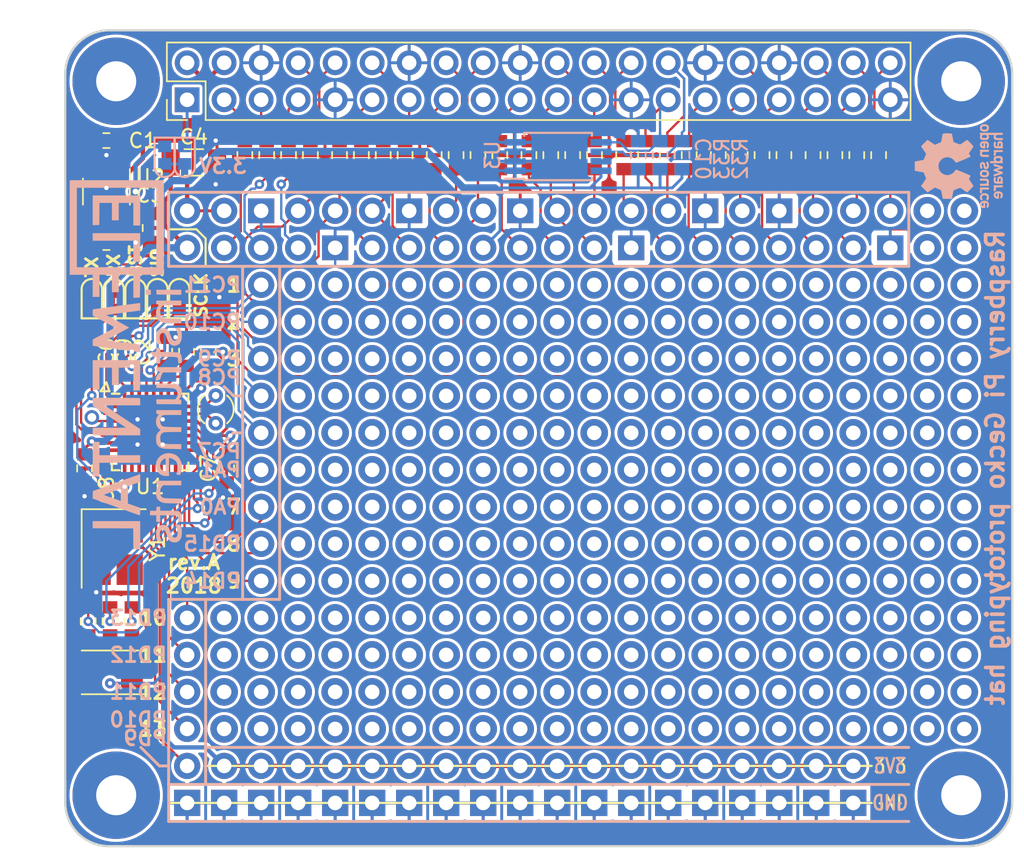
<source format=kicad_pcb>
(kicad_pcb (version 20221018) (generator pcbnew)
  (title_block (title "Raspberry Pi Gecko hat") (company "Jonas Norling"))
  (layers (0 "F.Cu" signal) (31 "B.Cu" signal) (34 "B.Paste" user) (35 "F.Paste" user) (36 "B.SilkS" user "B.Silkscreen") (37 "F.SilkS" user "F.Silkscreen") (38 "B.Mask" user) (39 "F.Mask" user) (44 "Edge.Cuts" user))
  (net 0 "")
  (net 1 "+5V")
  (net 2 "GND")
  (net 3 "/nRST")
  (net 4 "/SWD_IO")
  (net 5 "/SWD_CLK")
  (net 6 "Net-(D1-Pad3)")
  (net 7 "Net-(D1-Pad2)")
  (net 8 "VDD")
  (net 9 "Net-(C5-Pad1)")
  (net 10 "Net-(C9-Pad1)")
  (net 11 "/GPIO14")
  (net 12 "/GPIO15")
  (net 13 "/GPIO18")
  (net 14 "/GPIO24")
  (net 15 "/GPIO25")
  (net 16 "/GPIO8")
  (net 17 "/GPIO7")
  (net 18 "/LED_R")
  (net 19 "/LED_G")
  (net 20 "/LED_B")
  (net 21 "/RPI_TX")
  (net 22 "/RPI_RX")
  (net 23 "/GPIO2")
  (net 24 "/GPIO3")
  (net 25 "/GPIO4")
  (net 26 "/GPIO17")
  (net 27 "/GPIO27")
  (net 28 "/GPIO22")
  (net 29 "/GPIO23")
  (net 30 "/GPIO10")
  (net 31 "/GPIO9")
  (net 32 "/GPIO11")
  (net 33 "/ID_SD")
  (net 34 "/ID_SC")
  (net 35 "/GPIO5")
  (net 36 "/GPIO6")
  (net 37 "/GPIO12")
  (net 38 "/GPIO13")
  (net 39 "/GPIO19")
  (net 40 "/GPIO16")
  (net 41 "/GPIO26")
  (net 42 "/GPIO20")
  (net 43 "/GPIO21")
  (net 44 "/PGPIO2")
  (net 45 "/PGPIO3")
  (net 46 "/PGPIO4")
  (net 47 "/PGPIO14")
  (net 48 "/PGPIO15")
  (net 49 "/PGPIO17")
  (net 50 "/PGPIO18")
  (net 51 "/PGPIO27")
  (net 52 "/PGPIO22")
  (net 53 "/PGPIO23")
  (net 54 "/PGPIO24")
  (net 55 "/PGPIO10")
  (net 56 "/PGPIO9")
  (net 57 "/PGPIO25")
  (net 58 "/PGPIO11")
  (net 59 "/PGPIO8")
  (net 60 "/PGPIO7")
  (net 61 "/PID_SD")
  (net 62 "/PID_SC")
  (net 63 "/PGPIO5")
  (net 64 "/PGPIO6")
  (net 65 "/PGPIO12")
  (net 66 "/PGPIO13")
  (net 67 "/PGPIO19")
  (net 68 "/PGPIO16")
  (net 69 "/PGPIO26")
  (net 70 "/PGPIO20")
  (net 71 "/PGPIO21")
  (net 72 "/PROT1")
  (net 73 "/PROT2")
  (net 74 "/PROT3")
  (net 75 "/PROT4")
  (net 76 "/PROT5")
  (net 77 "/PROT6")
  (net 78 "/PROT7")
  (net 79 "Net-(U1-Pad7)")
  (net 80 "Net-(U1-Pad8)")
  (net 81 "Net-(U1-Pad23)")
  (net 82 "Net-(U1-Pad24)")
  (net 83 "/SWD_SWO")
  (net 84 "/PROT8")
  (net 85 "/PROT9")
  (net 86 "/PROT10")
  (net 87 "/PROT11")
  (net 88 "/PROT12")
  (net 89 "/PROT13")
  (net 90 "/PROT14")
  (net 91 "Net-(D1-Pad4)")
  (net 92 "/3V3_IN")
  (net 93 "/3V3_REG")
  (footprint "holes:hole_2.75" (layer "F.Cu") (at 124.67 74.93)
    (fp_text reference "REF**" hide)
    (fp_text value "hole_2.75" hide)
  )
  (footprint "holes:hole_2.75" (layer "F.Cu") (at 182.67 74.93)
    (fp_text reference "REF**" hide)
    (fp_text value "hole_2.75" hide)
  )
  (footprint "holes:hole_2.75" (layer "F.Cu") (at 124.67 123.93)
    (fp_text reference "REF**" hide)
    (fp_text value "hole_2.75" hide)
  )
  (footprint "holes:hole_2.75" (layer "F.Cu") (at 182.67 123.93)
    (fp_text reference "REF**" hide)
    (fp_text value "hole_2.75" hide)
  )
  (footprint "Pin_Headers:Pin_Header_Straight_2x20_Pitch2.54mm" (layer "F.Cu") (at 129.54 76.2 90)
    (fp_text reference "J1" hide)
    (fp_text value "CONN_02X20")
  )
  (footprint "Wire_Pads:SolderWirePad_single_1mmDrill" (layer "F.Cu") (at 123 98)
    (fp_text reference "J2" hide)
    (fp_text value "TEST_1P")
  )
  (footprint "Crystals:Crystal_SMD_SeikoEpson_FA238-4pin_3.2x2.5mm_HandSoldering" (layer "F.Cu") (at 124.5 107 -90)
    (fp_text reference "Y1")
    (fp_text value "TSX-3225 38.4000MF10Z-AS3")
  )
  (footprint "Crystals:Crystal_C26-LF_d2.1mm_l6.5mm_Vertical" (layer "F.Cu") (at 131.5 98.4 90)
    (fp_text reference "Y2" hide)
    (fp_text value "32kHz")
  )
  (footprint "qfn:QFN-32-handsolder" (layer "F.Cu") (at 127 99)
    (fp_text reference "U1")
    (fp_text value "EFM32JG1B100F128GM32")
  )
  (footprint "tie:tie_0603" (layer "F.Cu") (at 123 90 -90)
    (fp_text reference "JP1" hide)
    (fp_text value "tie" hide)
  )
  (footprint "tie:tie_0603" (layer "F.Cu") (at 124.5 90 -90)
    (fp_text reference "JP2" hide)
    (fp_text value "tie" hide)
  )
  (footprint "tie:tie_0603" (layer "F.Cu") (at 126 90 -90)
    (fp_text reference "JP3" hide)
    (fp_text value "tie" hide)
  )
  (footprint "tie:tie_0603" (layer "F.Cu") (at 127.5 90 -90)
    (fp_text reference "JP4" hide)
    (fp_text value "tie" hide)
  )
  (footprint "tie:tie_0603" (layer "F.Cu") (at 129 90 -90)
    (fp_text reference "JP5" hide)
    (fp_text value "tie" hide)
  )
  (footprint "protoarea:protoarea" (layer "F.Cu") (at 129.54 83.82)
    (fp_text reference "PA1" hide)
    (fp_text value "protoarea" hide)
  )
  (footprint "elemental:elemental-4mm-mask" (layer "F.Cu") (at 181.6 80.4)
    (fp_text reference "G***" hide)
    (fp_text value "LOGO" hide)
  )
  (footprint "TO_SOT_Packages_SMD:SOT-23-5_HandSoldering" (layer "F.Cu") (at 124 82.5 -90)
    (fp_text reference "U2")
    (fp_text value "AP2210K-3.3")
  )
  (footprint "c_local:C_0603_1608Metric_Pad0.84x1.00mm_HandSolder" (layer "F.Cu") (at 122.5 101.5 -90)
    (fp_text reference "C8")
    (fp_text value "10n")
  )
  (footprint "c_local:C_0603_1608Metric_Pad0.84x1.00mm_HandSolder" (layer "F.Cu") (at 132.25 101.5 -90)
    (fp_text reference "C7")
    (fp_text value "10n")
  )
  (footprint "c_local:C_0603_1608Metric_Pad0.84x1.00mm_HandSolder" (layer "F.Cu") (at 131 93.5 90)
    (fp_text reference "C2")
    (fp_text value "0.1u")
  )
  (footprint "c_local:C_0603_1608Metric_Pad0.84x1.00mm_HandSolder" (layer "F.Cu") (at 128 93.5 90)
    (fp_text reference "C6")
    (fp_text value "0.1u")
  )
  (footprint "c_local:C_0603_1608Metric_Pad0.84x1.00mm_HandSolder" (layer "F.Cu") (at 129.5 93.5 90)
    (fp_text reference "C9")
    (fp_text value "1u")
  )
  (footprint "c_local:C_0603_1608Metric_Pad0.84x1.00mm_HandSolder" (layer "F.Cu") (at 124 79 180)
    (fp_text reference "C1")
    (fp_text value "1u")
  )
  (footprint "led:LED_Avago_PLCC4_3.2x2.8mm_CW" (layer "F.Cu") (at 124.25 115.5 180)
    (fp_text reference "D1" hide)
    (fp_text value "ASMB-MTB0-0A3A2")
  )
  (footprint "c_local:C_0603_1608Metric_Pad0.84x1.00mm_HandSolder" (layer "F.Cu") (at 127 85 -90)
    (fp_text reference "C3")
    (fp_text value "2.2u")
  )
  (footprint "c_local:C_0603_1608Metric_Pad0.84x1.00mm_HandSolder" (layer "F.Cu") (at 124 86)
    (fp_text reference "C5" hide)
    (fp_text value "DNP")
  )
  (footprint "c_local:C_1206_3216Metric_Pad1.24x1.80mm_HandSolder" (layer "F.Cu") (at 130 80.5)
    (fp_text reference "C4")
    (fp_text value "10u")
  )
  (footprint "r_local:R_0603_1608Metric_Pad0.84x1.00mm_HandSolder" (layer "F.Cu") (at 133.5 80 -90)
    (fp_text reference "R4" hide)
    (fp_text value "R")
  )
  (footprint "r_local:R_0603_1608Metric_Pad0.84x1.00mm_HandSolder" (layer "F.Cu") (at 135 80 -90)
    (fp_text reference "R5" hide)
    (fp_text value "R")
  )
  (footprint "r_local:R_0603_1608Metric_Pad0.84x1.00mm_HandSolder" (layer "F.Cu") (at 136.5 80 -90)
    (fp_text reference "R6" hide)
    (fp_text value "R")
  )
  (footprint "r_local:R_0603_1608Metric_Pad0.84x1.00mm_HandSolder" (layer "F.Cu") (at 138 80 -90)
    (fp_text reference "R7" hide)
    (fp_text value "R")
  )
  (footprint "r_local:R_0603_1608Metric_Pad0.84x1.00mm_HandSolder" (layer "F.Cu") (at 140 80 -90)
    (fp_text reference "R8" hide)
    (fp_text value "R")
  )
  (footprint "r_local:R_0603_1608Metric_Pad0.84x1.00mm_HandSolder" (layer "F.Cu") (at 141.5 80 -90)
    (fp_text reference "R9" hide)
    (fp_text value "R")
  )
  (footprint "r_local:R_0603_1608Metric_Pad0.84x1.00mm_HandSolder" (layer "F.Cu") (at 143 80 -90)
    (fp_text reference "R10" hide)
    (fp_text value "R")
  )
  (footprint "r_local:R_0603_1608Metric_Pad0.84x1.00mm_HandSolder" (layer "F.Cu") (at 144.5 80 -90)
    (fp_text reference "R11" hide)
    (fp_text value "R")
  )
  (footprint "r_local:R_0603_1608Metric_Pad0.84x1.00mm_HandSolder" (layer "F.Cu") (at 146.5 80 -90)
    (fp_text reference "R12" hide)
    (fp_text value "R")
  )
  (footprint "r_local:R_0603_1608Metric_Pad0.84x1.00mm_HandSolder" (layer "F.Cu") (at 148 80 -90)
    (fp_text reference "R13" hide)
    (fp_text value "R")
  )
  (footprint "r_local:R_0603_1608Metric_Pad0.84x1.00mm_HandSolder" (layer "F.Cu") (at 149.5 80 -90)
    (fp_text reference "R14" hide)
    (fp_text value "R")
  )
  (footprint "r_local:R_0603_1608Metric_Pad0.84x1.00mm_HandSolder" (layer "F.Cu") (at 151 80 -90)
    (fp_text reference "R15" hide)
    (fp_text value "R")
  )
  (footprint "r_local:R_0603_1608Metric_Pad0.84x1.00mm_HandSolder" (layer "F.Cu") (at 153 80 -90)
    (fp_text reference "R16" hide)
    (fp_text value "R")
  )
  (footprint "r_local:R_0603_1608Metric_Pad0.84x1.00mm_HandSolder" (layer "F.Cu") (at 154.5 80 -90)
    (fp_text reference "R17" hide)
    (fp_text value "R")
  )
  (footprint "r_local:R_0603_1608Metric_Pad0.84x1.00mm_HandSolder" (layer "F.Cu") (at 156 80 -90)
    (fp_text reference "R18" hide)
    (fp_text value "R")
  )
  (footprint "r_local:R_0603_1608Metric_Pad0.84x1.00mm_HandSolder" (layer "F.Cu") (at 157.5 80 -90)
    (fp_text reference "R19" hide)
    (fp_text value "R")
  )
  (footprint "r_local:R_0603_1608Metric_Pad0.84x1.00mm_HandSolder" (layer "F.Cu") (at 159.5 80 -90)
    (fp_text reference "R20" hide)
    (fp_text value "R")
  )
  (footprint "r_local:R_0603_1608Metric_Pad0.84x1.00mm_HandSolder" (layer "F.Cu") (at 161 80 -90)
    (fp_text reference "R21" hide)
    (fp_text value "R")
  )
  (footprint "r_local:R_0603_1608Metric_Pad0.84x1.00mm_HandSolder" (layer "F.Cu") (at 162.5 80 -90)
    (fp_text reference "R22" hide)
    (fp_text value "R")
  )
  (footprint "r_local:R_0603_1608Metric_Pad0.84x1.00mm_HandSolder" (layer "F.Cu") (at 164 80 -90)
    (fp_text reference "R23" hide)
    (fp_text value "R")
  )
  (footprint "r_local:R_0603_1608Metric_Pad0.84x1.00mm_HandSolder" (layer "F.Cu") (at 166 80 -90)
    (fp_text reference "R24" hide)
    (fp_text value "R")
  )
  (footprint "r_local:R_0603_1608Metric_Pad0.84x1.00mm_HandSolder" (layer "F.Cu") (at 167.5 80 -90)
    (fp_text reference "R25" hide)
    (fp_text value "R")
  )
  (footprint "r_local:R_0603_1608Metric_Pad0.84x1.00mm_HandSolder" (layer "F.Cu") (at 169 80 -90)
    (fp_text reference "R26" hide)
    (fp_text value "R")
  )
  (footprint "r_local:R_0603_1608Metric_Pad0.84x1.00mm_HandSolder" (layer "F.Cu") (at 170.5 80 -90)
    (fp_text reference "R27" hide)
    (fp_text value "R")
  )
  (footprint "r_local:R_0603_1608Metric_Pad0.84x1.00mm_HandSolder" (layer "F.Cu") (at 172.5 80 -90)
    (fp_text reference "R28" hide)
    (fp_text value "R")
  )
  (footprint "r_local:R_0603_1608Metric_Pad0.84x1.00mm_HandSolder" (layer "F.Cu") (at 174 80 -90)
    (fp_text reference "R29" hide)
    (fp_text value "R")
  )
  (footprint "r_local:R_0603_1608Metric_Pad0.84x1.00mm_HandSolder" (layer "F.Cu") (at 175.5 80 -90)
    (fp_text reference "R30" hide)
    (fp_text value "R")
  )
  (footprint "r_local:R_0603_1608Metric_Pad0.84x1.00mm_HandSolder" (layer "F.Cu") (at 177 80 -90)
    (fp_text reference "R31" hide)
    (fp_text value "R")
  )
  (footprint "r_local:R_0603_1608Metric_Pad0.84x1.00mm_HandSolder" (layer "F.Cu") (at 124.25 112 90)
    (fp_text reference "R1" hide)
    (fp_text value "res")
  )
  (footprint "r_local:R_0603_1608Metric_Pad0.84x1.00mm_HandSolder" (layer "F.Cu") (at 122.75 112 90)
    (fp_text reference "R2" hide)
    (fp_text value "res")
  )
  (footprint "r_local:R_0603_1608Metric_Pad0.84x1.00mm_HandSolder" (layer "F.Cu") (at 125.75 112 90)
    (fp_text reference "R3" hide)
    (fp_text value "res")
  )
  (footprint "tie:tie_0603" (layer "B.Cu") (at 128 80 90)
    (fp_text reference "JP6" hide)
    (fp_text value "tie" hide)
  )
  (footprint "tie:tie_0603_open" (layer "B.Cu") (at 129.36906 80 90)
    (fp_text reference "JP7" hide)
    (fp_text value "Jumper_NO_Small" hide)
  )
  (footprint "elemental:elemental-25.4mm" (layer "B.Cu") (at 125.5 94.25 -90)
    (fp_text reference "G***" hide)
    (fp_text value "LOGO" hide)
  )
  (footprint "Symbols:OSHW-Logo_5.7x6mm_SilkScreen" (layer "B.Cu") (at 182.5 80.75 -90)
    (fp_text reference "REF***" hide)
    (fp_text value "OSHW-Logo_5.7x6mm_SilkScreen" hide)
  )
  (footprint "c_local:C_0603_1608Metric_Pad0.84x1.00mm_HandSolder" (layer "B.Cu") (at 160.5 80 90)
    (fp_text reference "C10")
    (fp_text value "0.1u")
  )
  (footprint "Housings_SSOP:TSSOP-8_4.4x3mm_Pitch0.65mm" (layer "B.Cu") (at 155 80.095)
    (fp_text reference "U3")
    (fp_text value "CAT24C32Y")
  )
  (footprint "r_local:R_0603_1608Metric_Pad0.84x1.00mm_HandSolder" (layer "B.Cu") (at 163.5 80 -90)
    (fp_text reference "R32")
    (fp_text value "3k9")
  )
  (footprint "r_local:R_0603_1608Metric_Pad0.84x1.00mm_HandSolder" (layer "B.Cu") (at 162 80 -90)
    (fp_text reference "R33")
    (fp_text value "3k9")
  )
  (gr_line (start 133.35 96.52) (end 132.715 96.52) (stroke (width 0.2)) (layer "B.SilkS"))
  (gr_line (start 133.35 99.06) (end 132.715 99.06) (stroke (width 0.2)) (layer "B.SilkS"))
  (gr_line (start 132.715 99.06) (end 132.08 99.695) (stroke (width 0.2)) (layer "B.SilkS"))
  (gr_line (start 132.715 96.52) (end 132.08 95.885) (stroke (width 0.2)) (layer "B.SilkS"))
  (gr_line (start 127.635 121.92) (end 126.365 120.65) (stroke (width 0.2)) (layer "B.SilkS"))
  (gr_line (start 128.27 121.92) (end 127.635 121.92) (stroke (width 0.2)) (layer "B.SilkS"))
  (gr_line (start 124.2 96.2) (end 124 95.6) (stroke (width 0.15)) (layer "F.SilkS"))
  (gr_line (start 123.6 96.2) (end 124 95.6) (stroke (width 0.15)) (layer "F.SilkS"))
  (gr_line (start 124.2 96.2) (end 123.6 96.2) (stroke (width 0.15)) (layer "F.SilkS"))
  (gr_line (start 183.17 127.43) (end 124.17 127.43) (stroke (width 0.15)) (layer "Edge.Cuts"))
  (gr_arc (start 183.17 71.43) (mid 185.29132 72.30868) (end 186.17 74.43) (stroke (width 0.15)) (layer "Edge.Cuts"))
  (gr_line (start 124.17 71.43) (end 183.17 71.43) (stroke (width 0.15)) (layer "Edge.Cuts"))
  (gr_line (start 121.17 124.43) (end 121.17 74.43) (stroke (width 0.15)) (layer "Edge.Cuts"))
  (gr_arc (start 124.17 127.43) (mid 122.04868 126.55132) (end 121.17 124.43) (stroke (width 0.15)) (layer "Edge.Cuts"))
  (gr_line (start 186.17 74.43) (end 186.17 124.43) (stroke (width 0.15)) (layer "Edge.Cuts"))
  (gr_arc (start 186.17 124.43) (mid 185.29132 126.55132) (end 183.17 127.43) (stroke (width 0.15)) (layer "Edge.Cuts"))
  (gr_arc (start 121.17 74.43) (mid 122.046829 72.310532) (end 124.164764 71.430005) (stroke (width 0.15)) (layer "Edge.Cuts"))
  (gr_text "PC10" (at 133.35 91.44) (layer "B.SilkS") (effects (font (size 1 1) (thickness 0.2)) (justify left mirror)))
  (gr_text "PC9" (at 133.35 93.98) (layer "B.SilkS") (effects (font (size 1 1) (thickness 0.2)) (justify left mirror)))
  (gr_text "PC8" (at 133.35 95.25) (layer "B.SilkS") (effects (font (size 1 1) (thickness 0.2)) (justify left mirror)))
  (gr_text "PC7" (at 133.35 100.33) (layer "B.SilkS") (effects (font (size 1 1) (thickness 0.2)) (justify left mirror)))
  (gr_text "PA1" (at 133.35 101.6) (layer "B.SilkS") (effects (font (size 1 1) (thickness 0.2)) (justify left mirror)))
  (gr_text "PA0" (at 133.35 104.14) (layer "B.SilkS") (effects (font (size 1 1) (thickness 0.2)) (justify left mirror)))
  (gr_text "PD15" (at 133.35 106.68) (layer "B.SilkS") (effects (font (size 1 1) (thickness 0.2)) (justify left mirror)))
  (gr_text "PD14" (at 133.35 109.22) (layer "B.SilkS") (effects (font (size 1 1) (thickness 0.2)) (justify left mirror)))
  (gr_text "PD13" (at 128.27 111.76) (layer "B.SilkS") (effects (font (size 1 1) (thickness 0.2)) (justify left mirror)))
  (gr_text "PD12" (at 128.27 114.3) (layer "B.SilkS") (effects (font (size 1 1) (thickness 0.2)) (justify left mirror)))
  (gr_text "PD11" (at 128.27 116.84) (layer "B.SilkS") (effects (font (size 1 1) (thickness 0.2)) (justify left mirror)))
  (gr_text "PD10" (at 128.27 118.745) (layer "B.SilkS") (effects (font (size 1 1) (thickness 0.2)) (justify left mirror)))
  (gr_text "PD9" (at 128.27 120.015) (layer "B.SilkS") (effects (font (size 1 1) (thickness 0.2)) (justify left mirror)))
  (gr_text "PC11" (at 133.35 88.9) (layer "B.SilkS") (effects (font (size 1 1) (thickness 0.2)) (justify left mirror)))
  (gr_text "3.3V" (at 132 80.75) (layer "B.SilkS") (effects (font (size 1 1) (thickness 0.2)) (justify mirror)))
  (gr_text "Raspberry Pi Gecko prototyping hat" (at 185 85 90) (layer "B.SilkS") (effects (font (size 1.2 1.2) (thickness 0.25)) (justify left mirror)))
  (gr_text "2" (at 133.35 91.44) (layer "F.SilkS") (effects (font (size 1 1) (thickness 0.2)) (justify right)))
  (gr_text "3" (at 133.35 93.98) (layer "F.SilkS") (effects (font (size 1 1) (thickness 0.2)) (justify right)))
  (gr_text "7" (at 133.35 104.14) (layer "F.SilkS") (effects (font (size 1 1) (thickness 0.2)) (justify right)))
  (gr_text "8" (at 133.35 106.68) (layer "F.SilkS") (effects (font (size 1 1) (thickness 0.2)) (justify right)))
  (gr_text "9" (at 133.35 109.22) (layer "F.SilkS") (effects (font (size 1 1) (thickness 0.2)) (justify right)))
  (gr_text "10" (at 128.27 111.76) (layer "F.SilkS") (effects (font (size 1 1) (thickness 0.2)) (justify right)))
  (gr_text "RX" (at 124.5 88.5 90) (layer "F.SilkS") (effects (font (size 0.8 0.8) (thickness 0.2)) (justify left)))
  (gr_text "RST" (at 126 88.5 90) (layer "F.SilkS") (effects (font (size 0.8 0.8) (thickness 0.2)) (justify left)))
  (gr_text "SIO" (at 127.5 88.5 90) (layer "F.SilkS") (effects (font (size 0.8 0.8) (thickness 0.2)) (justify left)))
  (gr_text "SCLK" (at 130.5 91.25 90) (layer "F.SilkS") (effects (font (size 0.8 0.8) (thickness 0.2)) (justify left)))
  (gr_text "12" (at 128.27 116.84) (layer "F.SilkS") (effects (font (size 1 1) (thickness 0.2)) (justify right)))
  (gr_text "13" (at 128.27 119.38) (layer "F.SilkS") (effects (font (size 1 1) (thickness 0.2)) (justify right)))
  (gr_text "11" (at 128.27 114.3) (layer "F.SilkS") (effects (font (size 1 1) (thickness 0.2)) (justify right)))
  (gr_text "1" (at 133.35 88.9) (layer "F.SilkS") (effects (font (size 1 1) (thickness 0.2)) (justify right)))
  (gr_text "TX" (at 123 88.5 90) (layer "F.SilkS") (effects (font (size 0.8 0.8) (thickness 0.2)) (justify left)))
  (gr_text "rev.A\n2018" (at 130 108.75) (layer "F.SilkS") (effects (font (size 1 1) (thickness 0.2))))
  (segment (start 130.812792 83.82) (end 132.08 83.82) (width 0.2) (layer "F.Cu") (net 1))
  (segment (start 123.05 81.15) (end 123.05 82.3) (width 0.16) (layer "F.Cu") (net 1))
  (segment (start 126.5 80.225) (end 125.575 81.15) (width 0.3) (layer "F.Cu") (net 1))
  (segment (start 124.95 81.15) (end 124.95 79.0125) (width 0.3) (layer "F.Cu") (net 1))
  (segment (start 129.54 73.66) (end 130.81 74.93) (width 0.3) (layer "F.Cu") (net 1))
  (segment (start 129.54 83.82) (end 130.812792 83.82) (width 0.2) (layer "F.Cu") (net 1))
  (segment (start 130 81.5) (end 130 79) (width 0.3) (layer "F.Cu") (net 1))
  (segment (start 126.5 79.5) (end 126.5 80.225) (width 0.3) (layer "F.Cu") (net 1))
  (segment (start 130 81.5) (end 129.54 81.96) (width 0.3) (layer "F.Cu") (net 1))
  (segment (start 130.81 78.19) (end 130 79) (width 0.3) (layer "F.Cu") (net 1))
  (segment (start 129.31 84.05) (end 129.54 83.82) (width 0.2) (layer "F.Cu") (net 1))
  (segment (start 129.54 81.96) (end 129.54 83.82) (width 0.3) (layer "F.Cu") (net 1))
  (segment (start 124.262998 83) (end 124.95 82.312998) (width 0.16) (layer "F.Cu") (net 1))
  (segment (start 123.05 82.3) (end 123.75 83) (width 0.16) (layer "F.Cu") (net 1))
  (segment (start 129.54 73.66) (end 130.700001 74.820001) (width 0.3) (layer "F.Cu") (net 1))
  (segment (start 130.81 74.93) (end 130.81 78.19) (width 0.3) (layer "F.Cu") (net 1))
  (segment (start 132.08 73.66) (end 130.81 74.93) (width 0.3) (layer "F.Cu") (net 1))
  (segment (start 124.95 82.312998) (end 124.95 82.09) (width 0.16) (layer "F.Cu") (net 1))
  (segment (start 124.95 82.09) (end 124.95 81.15) (width 0.16) (layer "F.Cu") (net 1))
  (segment (start 123.75 83) (end 124.262998 83) (width 0.16) (layer "F.Cu") (net 1))
  (segment (start 125.575 81.15) (end 124.95 81.15) (width 0.3) (layer "F.Cu") (net 1))
  (segment (start 124.95 79.0125) (end 124.9625 79) (width 0.3) (layer "F.Cu") (net 1))
  (segment (start 130 79) (end 127 79) (width 0.3) (layer "F.Cu") (net 1))
  (segment (start 127 79) (end 126.5 79.5) (width 0.3) (layer "F.Cu") (net 1))
  (segment (start 129.36906 83.64906) (end 129.54 83.82) (width 0.2) (layer "B.Cu") (net 1))
  (segment (start 132.25 102.4625) (end 132.25 103.25) (width 0.2) (layer "F.Cu") (net 2))
  (segment (start 127.8625 98.1375) (end 126.1375 98.1375) (width 0.2) (layer "F.Cu") (net 2))
  (segment (start 122 110) (end 123.3 110) (width 0.2) (layer "F.Cu") (net 2))
  (segment (start 123.4 109.85) (end 123.4 108.45) (width 0.2) (layer "F.Cu") (net 2))
  (segment (start 126.5 110) (end 123.3 110) (width 0.2) (layer "F.Cu") (net 2))
  (segment (start 131.5 80.0925) (end 131.5925 80) (width 0.2) (layer "F.Cu") (net 2))
  (segment (start 128.7 92.55) (end 128.75 92.5) (width 0.2) (layer "F.Cu") (net 2))
  (segment (start 124 81.15) (end 124 82.5) (width 0.2) (layer "F.Cu") (net 2))
  (segment (start 127 109.5) (end 126.5 110) (width 0.2) (layer "F.Cu") (net 2))
  (segment (start 126.5 106.931998) (end 127 107.431998) (width 0.2) (layer "F.Cu") (net 2))
  (segment (start 123.0375 79) (end 123.66 79) (width 0.2) (layer "F.Cu") (net 2))
  (segment (start 179.07 85.09) (end 179.07 81.915) (width 0.16) (layer "F.Cu") (net 2))
  (segment (start 122.005026 103.40999) (end 121.75 103.665016) (width 0.2) (layer "F.Cu") (net 2))
  (segment (start 123.3 110) (end 123.15 109.85) (width 0.2) (layer "F.Cu") (net 2))
  (segment (start 132.25 103.25) (end 132 103.5) (width 0.2) (layer "F.Cu") (net 2))
  (segment (start 124 81.15) (end 124 80) (width 0.2) (layer "F.Cu") (net 2))
  (segment (start 123.4 108.6) (end 123.4 108.45) (width 0.2) (layer "F.Cu") (net 2))
  (segment (start 177.8 86.36) (end 177.8 85.09) (width 0.16) (layer "F.Cu") (net 2))
  (segment (start 131.5925 80.5) (end 131.5925 79.0925) (width 0.2) (layer "F.Cu") (net 2))
  (segment (start 121.75 109.75) (end 122 110) (width 0.2) (layer "F.Cu") (net 2))
  (segment (start 124.95 86) (end 126 86) (width 0.2) (layer "F.Cu") (net 2))
  (segment (start 126.5 106.931998) (end 125.731998 106.931998) (width 0.2) (layer "F.Cu") (net 2))
  (segment (start 128 92.55) (end 128.7 92.55) (width 0.2) (layer "F.Cu") (net 2))
  (segment (start 131.5925 79.0925) (end 131.5 79) (width 0.2) (layer "F.Cu") (net 2))
  (segment (start 131 90.5) (end 131.75 89.75) (width 0.2) (layer "F.Cu") (net 2))
  (segment (start 131.5925 80.5) (end 131.5925 81.9075) (width 0.2) (layer "F.Cu") (net 2))
  (segment (start 124 79.34) (end 124 80) (width 0.2) (layer "F.Cu") (net 2))
  (segment (start 123.66 79) (end 124 79.34) (width 0.2) (layer "F.Cu") (net 2))
  (segment (start 122.5 103.40999) (end 122.5 102.4625) (width 0.2) (layer "F.Cu") (net 2))
  (segment (start 127 107.431998) (end 127 109.5) (width 0.2) (layer "F.Cu") (net 2))
  (segment (start 131.5925 81.9075) (end 131.5 82) (width 0.2) (layer "F.Cu") (net 2))
  (segment (start 131 92.55) (end 131 90.5) (width 0.2) (layer "F.Cu") (net 2))
  (segment (start 177.8 85.09) (end 179.07 85.09) (width 0.16) (layer "F.Cu") (net 2))
  (segment (start 144.5 83.54) (end 144.78 83.82) (width 0.16) (layer "F.Cu") (net 2))
  (segment (start 125.6 106.8) (end 125.6 105.55) (width 0.2) (layer "F.Cu") (net 2))
  (segment (start 125.731998 106.931998) (end 125.6 106.8) (width 0.2) (layer "F.Cu") (net 2))
  (segment (start 121.75 103.665016) (end 121.75 109.75) (width 0.2) (layer "F.Cu") (net 2))
  (segment (start 164.97 83.82) (end 165.1 83.82) (width 0.16) (layer "F.Cu") (net 2))
  (segment (start 122.5 103.40999) (end 122.005026 103.40999) (width 0.2) (layer "F.Cu") (net 2))
  (segment (start 126.1375 99.8625) (end 127.8625 99.8625) (width 0.2) (layer "F.Cu") (net 2))
  (via (at 127.8625 99.8625) (size 0.7) (drill 0.3) (layers "F.Cu" "B.Cu") (net 2))
  (via (at 128.75 92.5) (size 0.7) (drill 0.3) (layers "F.Cu" "B.Cu") (net 2))
  (via (at 132 103.5) (size 0.7) (drill 0.3) (layers "F.Cu" "B.Cu") (net 2))
  (via (at 131.5 82) (size 0.7) (drill 0.3) (layers "F.Cu" "B.Cu") (net 2))
  (via (at 122.5 103.40999) (size 0.7) (drill 0.3) (layers "F.Cu" "B.Cu") (net 2))
  (via (at 131.5 79) (size 0.7) (drill 0.3) (layers "F.Cu" "B.Cu") (net 2))
  (via (at 126 86) (size 0.7) (drill 0.3) (layers "F.Cu" "B.Cu") (net 2))
  (via (at 127.8625 98.1375) (size 0.7) (drill 0.3) (layers "F.Cu" "B.Cu") (net 2))
  (via (at 126.1375 98.1375) (size 0.7) (drill 0.3) (layers "F.Cu" "B.Cu") (net 2))
  (via (at 124 80) (size 0.7) (drill 0.3) (layers "F.Cu" "B.Cu") (net 2))
  (via (at 131.75 89.75) (size 0.7) (drill 0.3) (layers "F.Cu" "B.Cu") (net 2))
  (via (at 124 82.25) (size 0.7) (drill 0.3) (layers "F.Cu" "B.Cu") (net 2))
  (via (at 126.1375 99.8625) (size 0.7) (drill 0.3) (layers "F.Cu" "B.Cu") (net 2))
  (via (at 123.3 110) (size 0.7) (drill 0.3) (layers "F.Cu" "B.Cu") (net 2))
  (segment (start 152.05 81.07) (end 153.93 81.07) (width 0.2) (layer "B.Cu") (net 2))
  (segment (start 160.5 79.0375) (end 160.5 78.415) (width 0.2) (layer "B.Cu") (net 2))
  (segment (start 144.78 85.09) (end 148.59 85.09) (width 0.16) (layer "B.Cu") (net 2))
  (segment (start 161.29 125.73) (end 161.29 123.19) (width 0.2) (layer "B.Cu") (net 2))
  (segment (start 153.87 79.12) (end 153.98 79.23) (width 0.2) (layer "B.Cu") (net 2))
  (segment (start 135.89 87.63) (end 139.7 87.63) (width 0.16) (layer "B.Cu") (net 2))
  (segment (start 139.7 87.63) (end 139.7 86.36) (width 0.16) (layer "B.Cu") (net 2))
  (segment (start 140.97 125.73) (end 140.97 123.19) (width 0.2) (layer "B.Cu") (net 2))
  (segment (start 152.4 85.09) (end 160.02 85.09) (width 0.16) (layer "B.Cu") (net 2))
  (segment (start 170.18 85.09) (end 177.8 85.09) (width 0.16) (layer "B.Cu") (net 2))
  (segment (start 153.98 80.5) (end 153.98 79.77) (width 0.2) (layer "B.Cu") (net 2))
  (segment (start 130.81 123.19) (end 130.81 125.73) (width 0.2) (layer "B.Cu") (net 2))
  (segment (start 177.8 86.36) (end 177.8 85.09) (width 0.16) (layer "B.Cu") (net 2))
  (segment (start 151.13 87.63) (end 151.13 85.75) (width 0.16) (layer "B.Cu") (net 2))
  (segment (start 153.98 79.23) (end 153.98 79.02) (width 0.2) (layer "B.Cu") (net 2))
  (segment (start 166.37 125.73) (end 166.37 123.19) (width 0.2) (layer "B.Cu") (net 2))
  (segment (start 152.4 83.82) (end 152.4 85.09) (width 0.16) (layer "B.Cu") (net 2))
  (segment (start 173.99 125.73) (end 176.53 125.73) (width 0.2) (layer "B.Cu") (net 2))
  (segment (start 146.05 125.73) (end 146.05 123.19) (width 0.2) (layer "B.Cu") (net 2))
  (segment (start 153.9 80.42) (end 153.98 80.5) (width 0.2) (layer "B.Cu") (net 2))
  (segment (start 152.05 79.77) (end 153.98 79.77) (width 0.2) (layer "B.Cu") (net 2))
  (segment (start 148.59 85.09) (end 148.59 87.63) (width 0.16) (layer "B.Cu") (net 2))
  (segment (start 151.75 85.09) (end 151.75 85.13) (width 0.16) (layer "B.Cu") (net 2))
  (segment (start 146.05 125.73) (end 151.13 125.73) (width 0.2) (layer "B.Cu") (net 2))
  (segment (start 130.81 125.73) (end 133.35 125.73) (width 0.2) (layer "B.Cu") (net 2))
  (segment (start 139.7 85.09) (end 144.78 85.09) (width 0.16) (layer "B.Cu") (net 2))
  (segment (start 160.02 85.09) (end 165.1 85.09) (width 0.16) (layer "B.Cu") (net 2))
  (segment (start 171.45 125.73) (end 171.45 123.19) (width 0.2) (layer "B.Cu") (net 2))
  (segment (start 153.98 79.02) (end 155 78) (width 0.2) (layer "B.Cu") (net 2))
  (segment (start 135.89 125.73) (end 140.97 125.73) (width 0.2) (layer "B.Cu") (net 2))
  (segment (start 160.02 86.36) (end 160.02 85.09) (width 0.16) (layer "B.Cu") (net 2))
  (segment (start 129.54 125.73) (end 129.54 124.46) (width 0.2) (layer "B.Cu") (net 2))
  (segment (start 171.45 125.73) (end 173.99 125.73) (width 0.2) (layer "B.Cu") (net 2))
  (segment (start 151.75 85.09) (end 152.4 85.09) (width 0.16) (layer "B.Cu") (net 2))
  (segment (start 153.98 81.02) (end 153.98 80.5) (width 0.2) (layer "B.Cu") (net 2))
  (segment (start 139.7 86.36) (end 139.7 85.09) (width 0.16) (layer "B.Cu") (net 2))
  (segment (start 134.62 85.09) (end 135.89 85.09) (width 0.16) (layer "B.Cu") (net 2))
  (segment (start 134.62 83.82) (end 134.62 85.09) (width 0.16) (layer "B.Cu") (net 2))
  (segment (start 153.98 79.77) (end 154 79.79) (width 0.2) (layer "B.Cu") (net 2))
  (segment (start 166.37 125.73) (end 168.91 125.73) (width 0.2) (layer "B.Cu") (net 2))
  (segment (start 153.93 81.07) (end 153.98 81.02) (width 0.2) (layer "B.Cu") (net 2))
  (segment (start 144.78 83.82) (end 144.78 85.09) (width 0.16) (layer "B.Cu") (net 2))
  (segment (start 151.13 125.73) (end 156.21 125.73) (width 0.2) (layer "B.Cu") (net 2))
  (segment (start 148.59 87.63) (end 151.13 87.63) (width 0.16) (layer "B.Cu") (net 2))
  (segment (start 153.98 79.23) (end 153.98 79.77) (width 0.2) (layer "B.Cu") (net 2))
  (segment (start 168.91 125.73) (end 171.45 125.73) (width 0.2) (layer "B.Cu") (net 2))
  (segment (start 155 78) (end 160.02 78) (width 0.2) (layer "B.Cu") (net 2))
  (segment (start 133.35 125.73) (end 135.89 125.73) (width 0.2) (layer "B.Cu") (net 2))
  (segment (start 165.1 85.09) (end 170.18 85.09) (width 0.16) (layer "B.Cu") (net 2))
  (segment (start 135.89 85.09) (end 135.89 87.63) (width 0.16) (layer "B.Cu") (net 2))
  (segment (start 152.05 79.12) (end 153.87 79.12) (width 0.2) (layer "B.Cu") (net 2))
  (segment (start 176.53 125.73) (end 176.53 123.19) (width 0.2) (layer "B.Cu") (net 2))
  (segment (start 135.89 125.73) (end 135.89 123.19) (width 0.2) (layer "B.Cu") (net 2))
  (segment (start 140.97 125.73) (end 146.05 125.73) (width 0.2) (layer "B.Cu") (net 2))
  (segment (start 156.21 125.73) (end 161.29 125.73) (width 0.2) (layer "B.Cu") (net 2))
  (segment (start 151.75 85.13) (end 151.13 85.75) (width 0.16) (layer "B.Cu") (net 2))
  (segment (start 170.18 83.82) (end 170.18 85.09) (width 0.16) (layer "B.Cu") (net 2))
  (segment (start 156.21 125.73) (end 156.21 123.19) (width 0.2) (layer "B.Cu") (net 2))
  (segment (start 160.5 78.415) (end 160.085 78) (width 0.2) (layer "B.Cu") (net 2))
  (segment (start 151.13 125.73) (end 151.13 123.19) (width 0.2) (layer "B.Cu") (net 2))
  (segment (start 152.05 79.12) (end 152.975 79.12) (width 0.2) (layer "B.Cu") (net 2))
  (segment (start 160.085 78) (end 160.02 78) (width 0.2) (layer "B.Cu") (net 2))
  (segment (start 165.1 83.82) (end 165.1 85.09) (width 0.16) (layer "B.Cu") (net 2))
  (segment (start 152.05 80.42) (end 153.9 80.42) (width 0.2) (layer "B.Cu") (net 2))
  (segment (start 160.02 76.2) (end 160.02 78) (width 0.2) (layer "B.Cu") (net 2))
  (segment (start 130.81 125.73) (end 129.54 125.73) (width 0.2) (layer "B.Cu") (net 2))
  (segment (start 161.29 125.73) (end 166.37 125.73) (width 0.2) (layer "B.Cu") (net 2))
  (segment (start 126 90.75) (end 125.8 90.75) (width 0.16) (layer "F.Cu") (net 3))
  (segment (start 125.8 90.75) (end 123 93.55) (width 0.16) (layer "F.Cu") (net 3))
  (segment (start 123 93.55) (end 123 96.5) (width 0.16) (layer "F.Cu") (net 3))
  (segment (start 125.25 101.5) (end 125.25 102.75) (width 0.16) (layer "F.Cu") (net 3))
  (via (at 123 96.5) (size 0.65) (drill 0.3) (layers "F.Cu" "B.Cu") (net 3))
  (via (at 125.25 102.75) (size 0.65) (drill 0.3) (layers "F.Cu" "B.Cu") (net 3))
  (segment (start 123 96.5) (end 122 97.5) (width 0.16) (layer "B.Cu") (net 3))
  (segment (start 122 100.75) (end 124 102.75) (width 0.16) (layer "B.Cu") (net 3))
  (segment (start 122 97.5) (end 122 100.75) (width 0.16) (layer "B.Cu") (net 3))
  (segment (start 124 102.75) (end 125.25 102.75) (width 0.16) (layer "B.Cu") (net 3))
  (segment (start 124.6 97.75) (end 124.09 97.75) (width 0.16) (layer "F.Cu") (net 4))
  (segment (start 124.5 97.75) (end 123.84 97.75) (width 0.16) (layer "F.Cu") (net 4))
  (segment (start 123.565001 97.475001) (end 123.565001 93.625434) (width 0.16) (layer "F.Cu") (net 4))
  (segment (start 123.84 97.75) (end 123.565001 97.475001) (width 0.16) (layer "F.Cu") (net 4))
  (segment (start 126.860012 91.389988) (end 127.5 90.75) (width 0.16) (layer "F.Cu") (net 4))
  (segment (start 125.800447 91.389988) (end 126.860012 91.389988) (width 0.16) (layer "F.Cu") (net 4))
  (segment (start 123.565001 93.625434) (end 125.800447 91.389988) (width 0.16) (layer "F.Cu") (net 4))
  (segment (start 127.5 91.25) (end 127.040001 91.709999) (width 0.16) (layer "F.Cu") (net 5))
  (segment (start 128.3 91.25) (end 127.5 91.25) (width 0.16) (layer "F.Cu") (net 5))
  (segment (start 125.932999 91.709999) (end 124 93.642998) (width 0.16) (layer "F.Cu") (net 5))
  (segment (start 128.8 90.75) (end 128.3 91.25) (width 0.16) (layer "F.Cu") (net 5))
  (segment (start 129 90.75) (end 128.8 90.75) (width 0.16) (layer "F.Cu") (net 5))
  (segment (start 124 93.642998) (end 124 96.465) (width 0.16) (layer "F.Cu") (net 5))
  (segment (start 127.040001 91.709999) (end 125.932999 91.709999) (width 0.16) (layer "F.Cu") (net 5))
  (segment (start 124.5 96.965) (end 124.5 97.25) (width 0.16) (layer "F.Cu") (net 5))
  (segment (start 124 96.465) (end 124.5 96.965) (width 0.16) (layer "F.Cu") (net 5))
  (segment (start 122.75 112.9625) (end 122.75 114.75) (width 0.16) (layer "F.Cu") (net 6))
  (segment (start 122.95 116.25) (end 122.75 116.25) (width 0.16) (layer "F.Cu") (net 7))
  (segment (start 124.25 112.9625) (end 124.25 114.95) (width 0.16) (layer "F.Cu") (net 7))
  (segment (start 124.25 114.95) (end 122.95 116.25) (width 0.16) (layer "F.Cu") (net 7))
  (segment (start 128 95.25) (end 127.75 95.5) (width 0.2) (layer "F.Cu") (net 8))
  (segment (start 123.5 99.75) (end 123.099968 99.75) (width 0.2) (layer "F.Cu") (net 8))
  (segment (start 131.5 93.5) (end 128.725 93.5) (width 0.2) (layer "F.Cu") (net 8))
  (segment (start 131 94.575) (end 131 94.45) (width 0.2) (layer "F.Cu") (net 8))
  (segment (start 129.4 98.25) (end 129.843002 98.25) (width 0.2) (layer "F.Cu") (net 8))
  (segment (start 149.86 121.92) (end 152.4 121.92) (width 0.3) (layer "F.Cu") (net 8))
  (segment (start 127.75 95.5) (end 127.75 95.8) (width 0.2) (layer "F.Cu") (net 8))
  (segment (start 128.4075 82.7075) (end 128 83.115) (width 0.3) (layer "F.Cu") (net 8))
  (segment (start 147.32 121.92) (end 149.86 121.92) (width 0.3) (layer "F.Cu") (net 8))
  (segment (start 157.48 121.92) (end 160.02 121.92) (width 0.3) (layer "F.Cu") (net 8))
  (segment (start 132 94) (end 131.5 93.5) (width 0.2) (layer "F.Cu") (net 8))
  (segment (start 130.075 95.5) (end 130.5 95.5) (width 0.2) (layer "F.Cu") (net 8))
  (segment (start 165.1 121.92) (end 167.64 121.92) (width 0.3) (layer "F.Cu") (net 8))
  (segment (start 125.75 116.25) (end 124.25 116.25) (width 0.2) (layer "F.Cu") (net 8))
  (segment (start 152.4 121.92) (end 154.94 121.92) (width 0.3) (layer "F.Cu") (net 8))
  (segment (start 131.2 99.25) (end 131.5 99.25) (width 0.2) (layer "F.Cu") (net 8))
  (segment (start 132.25 99.915) (end 131.585 99.25) (width 0.2) (layer "F.Cu") (net 8))
  (segment (start 130.2 98.25) (end 131.2 99.25) (width 0.2) (layer "F.Cu") (net 8))
  (segment (start 132.260001 94.260001) (end 132 94) (width 0.2) (layer "F.Cu") (net 8))
  (segment (start 172.72 121.92) (end 175.26 121.92) (width 0.3) (layer "F.Cu") (net 8))
  (segment (start 139.7 121.92) (end 142.24 121.92) (width 0.3) (layer "F.Cu") (net 8))
  (segment (start 123.099968 99.75) (end 123 99.650032) (width 0.2) (layer "F.Cu") (net 8))
  (segment (start 142.24 121.92) (end 144.78 121.92) (width 0.3) (layer "F.Cu") (net 8))
  (segment (start 128 83.115) (end 128 84.82) (width 0.3) (layer "F.Cu") (net 8))
  (segment (start 122.5 100.5375) (end 122.5 100.150032) (width 0.2) (layer "F.Cu") (net 8))
  (segment (start 132.25 100.5375) (end 132.25 99.915) (width 0.2) (layer "F.Cu") (net 8))
  (segment (start 131.5 99.25) (end 131.75 99.25) (width 0.2) (layer "F.Cu") (net 8))
  (segment (start 132 94) (end 132 93.5) (width 0.2) (layer "F.Cu") (net 8))
  (segment (start 128 84.82) (end 129.54 86.36) (width 0.3) (layer "F.Cu") (net 8))
  (segment (start 154.94 121.92) (end 157.48 121.92) (width 0.3) (layer "F.Cu") (net 8))
  (segment (start 160.02 121.92) (end 162.56 121.92) (width 0.3) (layer "F.Cu") (net 8))
  (segment (start 122.5 100.150032) (end 123 99.650032) (width 0.2) (layer "F.Cu") (net 8))
  (segment (start 130.5 95.5) (end 130.5 96) (width 0.2) (layer "F.Cu") (net 8))
  (segment (start 127.0775 84.0375) (end 127 84.0375) (width 0.3) (layer "F.Cu") (net 8))
  (segment (start 128.725 93.5) (end 128 94.225) (width 0.2) (layer "F.Cu") (net 8))
  (segment (start 131.75 99.25) (end 132.5 99.25) (width 0.2) (layer "F.Cu") (net 8))
  (segment (start 129.075 96.5) (end 130.075 95.5) (width 0.2) (layer "F.Cu") (net 8))
  (segment (start 131.75 99.25) (end 132.260001 98.739999) (width 0.2) (layer "F.Cu") (net 8))
  (segment (start 128.4075 80.5) (end 128.4075 82.7075) (width 0.3) (layer "F.Cu") (net 8))
  (segment (start 124.6 99.75) (end 123.5 99.75) (width 0.2) (layer "F.Cu") (net 8))
  (segment (start 144.78 121.92) (end 147.32 121.92) (width 0.3) (layer "F.Cu") (net 8))
  (segment (start 128 83.115) (end 127.0775 84.0375) (width 0.3) (layer "F.Cu") (net 8))
  (segment (start 134.62 121.92) (end 137.16 121.92) (width 0.3) (layer "F.Cu") (net 8))
  (segment (start 132.260001 95.5) (end 132.260001 94.260001) (width 0.2) (layer "F.Cu") (net 8))
  (segment (start 128 94.45) (end 128 95.25) (width 0.2) (layer "F.Cu") (net 8))
  (segment (start 130.5 95.5) (end 132.260001 95.5) (width 0.2) (layer "F.Cu") (net 8))
  (segment (start 167.64 121.92) (end 170.18 121.92) (width 0.3) (layer "F.Cu") (net 8))
  (segment (start 127.75 95.8) (end 127.75 96.5) (width 0.2) (layer "F.Cu") (net 8))
  (segment (start 129.5 98.25) (end 130.2 98.25) (width 0.2) (layer "F.Cu") (net 8))
  (segment (start 132.08 121.92) (end 134.62 121.92) (width 0.3) (layer "F.Cu") (net 8))
  (segment (start 130.075 95.5) (end 131 94.575) (width 0.2) (layer "F.Cu") (net 8))
  (segment (start 137.16 121.92) (end 139.7 121.92) (width 0.3) (layer "F.Cu") (net 8))
  (segment (start 131.585 99.25) (end 131.5 99.25) (width 0.2) (layer "F.Cu") (net 8))
  (segment (start 128.75 96.5) (end 129.075 96.5) (width 0.2) (layer "F.Cu") (net 8))
  (segment (start 132.260001 98.739999) (end 132.260001 95.5) (width 0.2) (layer "F.Cu") (net 8))
  (segment (start 128 94.225) (end 128 94.45) (width 0.2) (layer "F.Cu") (net 8))
  (segment (start 170.18 121.92) (end 172.72 121.92) (width 0.3) (layer "F.Cu") (net 8))
  (segment (start 162.56 121.92) (end 165.1 121.92) (width 0.3) (layer "F.Cu") (net 8))
  (via (at 132 93.5) (size 0.7) (drill 0.3) (layers "F.Cu" "B.Cu") (net 8))
  (via (at 123 99.650032) (size 0.7) (drill 0.3) (layers "F.Cu" "B.Cu") (net 8))
  (via (at 130.5 96) (size 0.7) (drill 0.3) (layers "F.Cu" "B.Cu") (net 8))
  (via (at 124.25 116.25) (size 0.7) (drill 0.3) (layers "F.Cu" "B.Cu") (net 8))
  (via (at 132.5 99.25) (size 0.7) (drill 0.3) (layers "F.Cu" "B.Cu") (net 8))
  (segment (start 148.5 82.25) (end 146 79.75) (width 0.5) (layer "B.Cu") (net 8))
  (segment (start 132.08 121.92) (end 130.81 120.65) (width 0.3) (layer "B.Cu") (net 8))
  (segment (start 131.25 101.25) (end 130 100) (width 0.5) (layer "B.Cu") (net 8))
  (segment (start 129.5 108) (end 128 109.5) (width 0.5) (layer "B.Cu") (net 8))
  (segment (start 157.95 81.495) (end 157.195 82.25) (width 0.2) (layer "B.Cu") (net 8))
  (segment (start 130 96.5) (end 130.5 96) (width 0.5) (layer "B.Cu") (net 8))
  (segment (start 133 105.76) (end 130.76 108) (width 0.5) (layer "B.Cu") (net 8))
  (segment (start 131.705 79.75) (end 129.705 81.75) (width 0.5) (layer "B.Cu") (net 8))
  (segment (start 130 96.75) (end 129.75 96.5) (width 0.5) (layer "B.Cu") (net 8))
  (segment (start 124.25 116.25) (end 127.25 116.25) (width 0.2) (layer "B.Cu") (net 8))
  (segment (start 129.25 96) (end 129.25 95.75) (width 0.5) (layer "B.Cu") (net 8))
  (segment (start 160.5 82.25) (end 162 82.25) (width 0.2) (layer "B.Cu") (net 8))
  (segment (start 131.25 101.25) (end 133 103) (width 0.5) (layer "B.Cu") (net 8))
  (segment (start 150.668002 82.25) (end 151.020001 82.601999) (width 0.5) (layer "B.Cu") (net 8))
  (segment (start 131.25 100.994974) (end 131.25 101.25) (width 0.2) (layer "B.Cu") (net 8))
  (segment (start 129.5 81.75) (end 128.5 81.75) (width 0.5) (layer "B.Cu") (net 8))
  (segment (start 149.86 86.36) (end 151.020001 85.199999) (width 0.2) (layer "B.Cu") (net 8))
  (segment (start 128.5 81.75) (end 127.75 82.5) (width 0.5) (layer "B.Cu") (net 8))
  (segment (start 129.75 96.5) (end 130 96.5) (width 0.5) (layer "B.Cu") (net 8))
  (segment (start 129.36906 80.6) (end 128 80.6) (width 0.2) (layer "B.Cu") (net 8))
  (segment (start 125.25 96) (end 129.25 96) (width 0.5) (layer "B.Cu") (net 8))
  (segment (start 157.195 82.25) (end 160.5 82.25) (width 0.2) (layer "B.Cu") (net 8))
  (segment (start 127.25 116.25) (end 128 115.5) (width 0.2) (layer "B.Cu") (net 8))
  (segment (start 124.25 99.25) (end 123.849968 99.650032) (width 0.5) (layer "B.Cu") (net 8))
  (segment (start 133 103) (end 133 105.76) (width 0.5) (layer "B.Cu") (net 8))
  (segment (start 157.195 82.25) (end 150.668002 82.25) (width 0.2) (layer "B.Cu") (net 8))
  (segment (start 124.25 97) (end 125.25 96) (width 0.5) (layer "B.Cu") (net 8))
  (segment (start 129.36906 81.61906) (end 129.36906 80.6) (width 0.5) (layer "B.Cu") (net 8))
  (segment (start 163.085 82) (end 163.5 81.585) (width 0.2) (layer "B.Cu") (net 8))
  (segment (start 128.635 120.65) (end 128 120.015) (width 0.3) (layer "B.Cu") (net 8))
  (segment (start 128 117.5) (end 128 120.015) (width 0.5) (layer "B.Cu") (net 8))
  (segment (start 129.25 95.75) (end 129.25 94.75) (width 0.5) (layer "B.Cu") (net 8))
  (segment (start 146 79.75) (end 131.705 79.75) (width 0.5) (layer "B.Cu") (net 8))
  (segment (start 130 100) (end 130 96.75) (width 0.5) (layer "B.Cu") (net 8))
  (segment (start 132.5 99.744974) (end 131.25 100.994974) (width 0.2) (layer "B.Cu") (net 8))
  (segment (start 130.81 120.65) (end 128.635 120.65) (width 0.3) (layer "B.Cu") (net 8))
  (segment (start 130.5 93.5) (end 132 93.5) (width 0.5) (layer "B.Cu") (net 8))
  (segment (start 129.349999 95.650001) (end 129.25 95.75) (width 0.2) (layer "B.Cu") (net 8))
  (segment (start 129.5 81.75) (end 129.36906 81.61906) (width 0.5) (layer "B.Cu") (net 8))
  (segment (start 123.849968 99.650032) (end 123 99.650032) (width 0.5) (layer "B.Cu") (net 8))
  (segment (start 162 82.25) (end 162.835 82.25) (width 0.2) (layer "B.Cu") (net 8))
  (segment (start 130.76 108) (end 129.5 108) (width 0.5) (layer "B.Cu") (net 8))
  (segment (start 148.5 82.25) (end 150.668002 82.25) (width 0.5) (layer "B.Cu") (net 8))
  (segment (start 151.020001 85.199999) (end 151.020001 82.601999) (width 0.2) (layer "B.Cu") (net 8))
  (segment (start 124.25 89) (end 126.89 86.36) (width 0.5) (layer "B.Cu") (net 8))
  (segment (start 124.25 97) (end 124.25 99.25) (width 0.5) (layer "B.Cu") (net 8))
  (segment (start 128 115.5) (end 128 116.5) (width 0.5) (layer "B.Cu") (net 8))
  (segment (start 162.835 82.25) (end 163.085 82) (width 0.2) (layer "B.Cu") (net 8))
  (segment (start 128 110.5) (end 128 115.5) (width 0.5) (layer "B.Cu") (net 8))
  (segment (start 128 109.5) (end 128 110.5) (width 0.5) (layer "B.Cu") (net 8))
  (segment (start 157.95 81.07) (end 157.95 81.495) (width 0.2) (layer "B.Cu") (net 8))
  (segment (start 160.5 80.9625) (end 160.5 82.25) (width 0.2) (layer "B.Cu") (net 8))
  (segment (start 128 116.5) (end 128 117.5) (width 0.5) (layer "B.Cu") (net 8))
  (segment (start 126.89 86.36) (end 127.75 86.36) (width 0.5) (layer "B.Cu") (net 8))
  (segment (start 162 80.9625) (end 162 81.585) (width 0.2) (layer "B.Cu") (net 8))
  (segment (start 132.5 99.25) (end 132.5 99.744974) (width 0.2) (layer "B.Cu") (net 8))
  (segment (start 163.5 81.585) (end 163.5 80.9625) (width 0.2) (layer "B.Cu") (net 8))
  (segment (start 162 81.585) (end 162 82.25) (width 0.2) (layer "B.Cu") (net 8))
  (segment (start 124.25 97) (end 124.25 89) (width 0.5) (layer "B.Cu") (net 8))
  (segment (start 127.75 82.5) (end 127.75 86.36) (width 0.5) (layer "B.Cu") (net 8))
  (segment (start 129.25 94.75) (end 130.5 93.5) (width 0.5) (layer "B.Cu") (net 8))
  (segment (start 129.705 81.75) (end 129.5 81.75) (width 0.5) (layer "B.Cu") (net 8))
  (segment (start 127.75 86.36) (end 129.54 86.36) (width 0.5) (layer "B.Cu") (net 8))
  (segment (start 129.75 96.5) (end 129.25 96) (width 0.5) (layer "B.Cu") (net 8))
  (segment (start 123.05 83.85) (end 123.05 86) (width 0.16) (layer "F.Cu") (net 9))
  (segment (start 128.25 96.5) (end 128.25 95.7) (width 0.16) (layer "F.Cu") (net 10))
  (segment (start 128.965 95.21) (end 129.5 94.675) (width 0.16) (layer "F.Cu") (net 10))
  (segment (start 128.74 95.21) (end 128.965 95.21) (width 0.16) (layer "F.Cu") (net 10))
  (segment (start 128.25 95.7) (end 128.74 95.21) (width 0.16) (layer "F.Cu") (net 10))
  (segment (start 129.5 94.675) (end 129.5 94.45) (width 0.16) (layer "F.Cu") (net 10))
  (segment (start 138 79.0375) (end 138 78.455) (width 0.16) (layer "F.Cu") (net 11))
  (segment (start 138.250001 74.750001) (end 138.009999 74.509999) (width 0.16) (layer "F.Cu") (net 11))
  (segment (start 138.009999 74.509999) (end 137.16 73.66) (width 0.16) (layer "F.Cu") (net 11))
  (segment (start 138 78.455) (end 138.250001 78.204999) (width 0.16) (layer "F.Cu") (net 11))
  (segment (start 138.250001 78.204999) (end 138.250001 74.750001) (width 0.16) (layer "F.Cu") (net 11))
  (segment (start 138.850001 74.509999) (end 139.7 73.66) (width 0.16) (layer "F.Cu") (net 12))
  (segment (start 138.609999 77.064999) (end 138.609999 74.750001) (width 0.16) (layer "F.Cu") (net 12))
  (segment (start 138.609999 74.750001) (end 138.850001 74.509999) (width 0.16) (layer "F.Cu") (net 12))
  (segment (start 140 78.455) (end 138.609999 77.064999) (width 0.16) (layer "F.Cu") (net 12))
  (segment (start 140 79.0375) (end 140 78.455) (width 0.16) (layer "F.Cu") (net 12))
  (segment (start 143.0775 79.0375) (end 143.66 78.455) (width 0.16) (layer "F.Cu") (net 13))
  (segment (start 143.66 75.08) (end 143.089999 74.509999) (width 0.16) (layer "F.Cu") (net 13))
  (segment (start 143 79.0375) (end 143.0775 79.0375) (width 0.16) (layer "F.Cu") (net 13))
  (segment (start 143.66 78.455) (end 143.66 75.08) (width 0.16) (layer "F.Cu") (net 13))
  (segment (start 143.089999 74.509999) (end 142.24 73.66) (width 0.16) (layer "F.Cu") (net 13))
  (segment (start 148.769999 74.750001) (end 149.010001 74.509999) (width 0.16) (layer "F.Cu") (net 14))
  (segment (start 149.5 78.455) (end 148.769999 77.724999) (width 0.16) (layer "F.Cu") (net 14))
  (segment (start 148.769999 77.724999) (end 148.769999 74.750001) (width 0.16) (layer "F.Cu") (net 14))
  (segment (start 149.5 79.0375) (end 149.5 78.455) (width 0.16) (layer "F.Cu") (net 14))
  (segment (start 149.010001 74.509999) (end 149.86 73.66) (width 0.16) (layer "F.Cu") (net 14))
  (segment (start 154.5 79.0375) (end 154.5 78.455) (width 0.16) (layer "F.Cu") (net 15))
  (segment (start 156.030001 74.750001) (end 155.789999 74.509999) (width 0.16) (layer "F.Cu") (net 15))
  (segment (start 154.5 78.455) (end 156.030001 76.924999) (width 0.16) (layer "F.Cu") (net 15))
  (segment (start 155.789999 74.509999) (end 154.94 73.66) (width 0.16) (layer "F.Cu") (net 15))
  (segment (start 156.030001 76.924999) (end 156.030001 74.750001) (width 0.16) (layer "F.Cu") (net 15))
  (segment (start 158.329999 74.509999) (end 157.48 73.66) (width 0.16) (layer "F.Cu") (net 16))
  (segment (start 157.5 78.455) (end 158.570001 77.384999) (width 0.16) (layer "F.Cu") (net 16))
  (segment (start 158.570001 77.384999) (end 158.570001 74.750001) (width 0.16) (layer "F.Cu") (net 16))
  (segment (start 157.5 79.0375) (end 157.5 78.455) (width 0.16) (layer "F.Cu") (net 16))
  (segment (start 158.570001 74.750001) (end 158.329999 74.509999) (width 0.16) (layer "F.Cu") (net 16))
  (segment (start 158.929999 74.750001) (end 159.170001 74.509999) (width 0.16) (layer "F.Cu") (net 17))
  (segment (start 159.5 78.455) (end 158.929999 77.884999) (width 0.16) (layer "F.Cu") (net 17))
  (segment (start 158.929999 77.884999) (end 158.929999 74.750001) (width 0.16) (layer "F.Cu") (net 17))
  (segment (start 159.5 79.0375) (end 159.5 78.455) (width 0.16) (layer "F.Cu") (net 17))
  (segment (start 159.170001 74.509999) (end 160.02 73.66) (width 0.16) (layer "F.Cu") (net 17))
  (segment (start 130.002001 102.161221) (end 130.002001 103.577737) (width 0.16) (layer "F.Cu") (net 18))
  (segment (start 130.16 99.75) (end 130.570011 100.160011) (width 0.16) (layer "F.Cu") (net 18))
  (segment (start 130.002001 103.577737) (end 130.25 103.825736) (width 0.16) (layer "F.Cu") (net 18))
  (segment (start 130.570011 101.593211) (end 130.002001 102.161221) (width 0.16) (layer "F.Cu") (net 18))
  (segment (start 130.570011 100.160011) (end 130.570011 101.593211) (width 0.16) (layer "F.Cu") (net 18))
  (segment (start 129.5 99.75) (end 130.16 99.75) (width 0.16) (layer "F.Cu") (net 18))
  (segment (start 125.75 112) (end 125.75 111.0375) (width 0.16) (layer "F.Cu") (net 18))
  (segment (start 130.25 103.825736) (end 130.25 104.25) (width 0.16) (layer "F.Cu") (net 18))
  (via (at 125.75 112) (size 0.65) (drill 0.3) (layers "F.Cu" "B.Cu") (net 18))
  (via (at 130.25 104.25) (size 0.65) (drill 0.3) (layers "F.Cu" "B.Cu") (net 18))
  (segment (start 125.75 111.25) (end 125.75 112) (width 0.16) (layer "B.Cu") (net 18))
  (segment (start 125.5 108.25) (end 125.5 111) (width 0.16) (layer "B.Cu") (net 18))
  (segment (start 129.5 104.25) (end 125.5 108.25) (width 0.16) (layer "B.Cu") (net 18))
  (segment (start 130.25 104.25) (end 129.5 104.25) (width 0.16) (layer "B.Cu") (net 18))
  (segment (start 125.5 111) (end 125.75 111.25) (width 0.16) (layer "B.Cu") (net 18))
  (segment (start 122.75 112) (end 122.75 111.0375) (width 0.16) (layer "F.Cu") (net 19))
  (segment (start 129.4 99.25) (end 129.910539 99.25) (width 0.16) (layer "F.Cu") (net 19))
  (segment (start 130.16 99.25) (end 130.905786 99.995786) (width 0.16) (layer "F.Cu") (net 19))
  (segment (start 130.905786 99.995786) (end 130.905786 101.795012) (width 0.16) (layer "F.Cu") (net 19))
  (segment (start 130.905786 101.795012) (end 130.468072 102.232726) (width 0.16) (layer "F.Cu") (net 19))
  (segment (start 131.049995 104.950001) (end 130.749996 105.25) (width 0.16) (layer "F.Cu") (net 19))
  (segment (start 129.5 99.25) (end 130.16 99.25) (width 0.16) (layer "F.Cu") (net 19))
  (segment (start 130.468072 103.49138) (end 131.049995 104.073303) (width 0.16) (layer "F.Cu") (net 19))
  (segment (start 131.049995 104.073303) (end 131.049995 104.950001) (width 0.16) (layer "F.Cu") (net 19))
  (segment (start 130.468072 102.232726) (end 130.468072 103.49138) (width 0.16) (layer "F.Cu") (net 19))
  (via (at 130.749996 105.25) (size 0.65) (drill 0.3) (layers "F.Cu" "B.Cu") (net 19))
  (via (at 122.75 112) (size 0.65) (drill 0.3) (layers "F.Cu" "B.Cu") (net 19))
  (segment (start 129 105.25) (end 126.25 108) (width 0.16) (layer "B.Cu") (net 19))
  (segment (start 123.5 112.75) (end 122.75 112) (width 0.16) (layer "B.Cu") (net 19))
  (segment (start 126 112.75) (end 123.5 112.75) (width 0.16) (layer "B.Cu") (net 19))
  (segment (start 126.25 111.25) (end 126.5 111.5) (width 0.16) (layer "B.Cu") (net 19))
  (segment (start 130.749996 105.25) (end 129 105.25) (width 0.16) (layer "B.Cu") (net 19))
  (segment (start 126.25 108) (end 126.25 111.25) (width 0.16) (layer "B.Cu") (net 19))
  (segment (start 126.5 111.5) (end 126.5 112.25) (width 0.16) (layer "B.Cu") (net 19))
  (segment (start 126.5 112.25) (end 126 112.75) (width 0.16) (layer "B.Cu") (net 19))
  (segment (start 131.333072 102.92018) (end 131.033073 103.220179) (width 0.16) (layer "F.Cu") (net 20))
  (segment (start 124.25 112) (end 124.25 111.0375) (width 0.16) (layer "F.Cu") (net 20))
  (segment (start 129.5 98.75) (end 130.16 98.75) (width 0.16) (layer "F.Cu") (net 20))
  (segment (start 131.333072 99.923072) (end 131.333072 102.92018) (width 0.16) (layer "F.Cu") (net 20))
  (segment (start 130.16 98.75) (end 131.333072 99.923072) (width 0.16) (layer "F.Cu") (net 20))
  (via (at 124.25 112) (size 0.65) (drill 0.3) (layers "F.Cu" "B.Cu") (net 20))
  (via (at 131.033073 103.220179) (size 0.65) (drill 0.3) (layers "F.Cu" "B.Cu") (net 20))
  (segment (start 124 109.25) (end 124 111.25) (width 0.16) (layer "B.Cu") (net 20))
  (segment (start 131.033073 103.220179) (end 130.029821 103.220179) (width 0.16) (layer "B.Cu") (net 20))
  (segment (start 130.029821 103.220179) (end 124 109.25) (width 0.16) (layer "B.Cu") (net 20))
  (segment (start 124.25 111.5) (end 124.25 112) (width 0.16) (layer "B.Cu") (net 20))
  (segment (start 124 111.25) (end 124.25 111.5) (width 0.16) (layer "B.Cu") (net 20))
  (segment (start 122.512247 99.060012) (end 121.939988 98.487753) (width 0.16) (layer "F.Cu") (net 21))
  (segment (start 124.5 99.25) (end 123.689988 99.25) (width 0.16) (layer "F.Cu") (net 21))
  (segment (start 124.6 99.25) (end 124.089999 99.25) (width 0.16) (layer "F.Cu") (net 21))
  (segment (start 123.5 99.060012) (end 122.512247 99.060012) (width 0.16) (layer "F.Cu") (net 21))
  (segment (start 121.939988 91.810012) (end 123 90.75) (width 0.16) (layer "F.Cu") (net 21))
  (segment (start 121.939988 98.487753) (end 121.939988 91.810012) (width 0.16) (layer "F.Cu") (net 21))
  (segment (start 123.689988 99.25) (end 123.5 99.060012) (width 0.16) (layer "F.Cu") (net 21))
  (segment (start 122.259999 98.355201) (end 122.259999 92.990001) (width 0.16) (layer "F.Cu") (net 22))
  (segment (start 122.644799 98.740001) (end 122.259999 98.355201) (width 0.16) (layer "F.Cu") (net 22))
  (segment (start 124.6 98.75) (end 124.590001 98.740001) (width 0.16) (layer "F.Cu") (net 22))
  (segment (start 124.590001 98.740001) (end 122.644799 98.740001) (width 0.16) (layer "F.Cu") (net 22))
  (segment (start 122.259999 92.990001) (end 124.5 90.75) (width 0.16) (layer "F.Cu") (net 22))
  (segment (start 132.08 76.2) (end 133.5 77.62) (width 0.16) (layer "F.Cu") (net 23))
  (segment (start 133.5 77.62) (end 133.5 79.0375) (width 0.16) (layer "F.Cu") (net 23))
  (segment (start 134.62 76.2) (end 134.62 78.6575) (width 0.16) (layer "F.Cu") (net 24))
  (segment (start 134.62 78.6575) (end 135 79.0375) (width 0.16) (layer "F.Cu") (net 24))
  (segment (start 136.5 76.86) (end 137.16 76.2) (width 0.16) (layer "F.Cu") (net 25))
  (segment (start 136.5 79.0375) (end 136.5 76.86) (width 0.16) (layer "F.Cu") (net 25))
  (segment (start 141.5 76.94) (end 142.24 76.2) (width 0.16) (layer "F.Cu") (net 26))
  (segment (start 141.5 79.0375) (end 141.5 76.94) (width 0.16) (layer "F.Cu") (net 26))
  (segment (start 144.78 77.402081) (end 144.78 76.2) (width 0.16) (layer "F.Cu") (net 27))
  (segment (start 144.78 78.835) (end 144.78 77.402081) (width 0.16) (layer "F.Cu") (net 27))
  (segment (start 144.5 79.0375) (end 144.5775 79.0375) (width 0.16) (layer "F.Cu") (net 27))
  (segment (start 144.5775 79.0375) (end 144.78 78.835) (width 0.16) (layer "F.Cu") (net 27))
  (segment (start 146.5 79.0375) (end 146.5 77.02) (width 0.16) (layer "F.Cu") (net 28))
  (segment (start 146.5 77.02) (end 147.32 76.2) (width 0.16) (layer "F.Cu") (net 28))
  (segment (start 148.410001 74.750001) (end 148.169999 74.509999) (width 0.16) (layer "F.Cu") (net 29))
  (segment (start 148 78.455) (end 148.410001 78.044999) (width 0.16) (layer "F.Cu") (net 29))
  (segment (start 148.169999 74.509999) (end 147.32 73.66) (width 0.16) (layer "F.Cu") (net 29))
  (segment (start 148.410001 78.044999) (end 148.410001 74.750001) (width 0.16) (layer "F.Cu") (net 29))
  (segment (start 148 79.0375) (end 148 78.455) (width 0.16) (layer "F.Cu") (net 29))
  (segment (start 151 79.0375) (end 151 77.6) (width 0.16) (layer "F.Cu") (net 30))
  (segment (start 151 77.6) (end 152.4 76.2) (width 0.16) (layer "F.Cu") (net 30))
  (segment (start 153 78.14) (end 154.94 76.2) (width 0.16) (layer "F.Cu") (net 31))
  (segment (start 153 79.0375) (end 153 78.14) (width 0.16) (layer "F.Cu") (net 31))
  (segment (start 156 79.0375) (end 156.0775 79.0375) (width 0.16) (layer "F.Cu") (net 32))
  (segment (start 157.48 77.635) (end 157.48 77.402081) (width 0.16) (layer "F.Cu") (net 32))
  (segment (start 156.0775 79.0375) (end 157.48 77.635) (width 0.16) (layer "F.Cu") (net 32))
  (segment (start 157.48 77.402081) (end 157.48 76.2) (width 0.16) (layer "F.Cu") (net 32))
  (segment (start 161 77.76) (end 162.56 76.2) (width 0.16) (layer "F.Cu") (net 33))
  (segment (start 161 79.0375) (end 161 77.76) (width 0.16) (layer "F.Cu") (net 33))
  (segment (start 162 76.76) (end 162.56 76.2) (width 0.16) (layer "B.Cu") (net 33))
  (segment (start 159.227997 79.12) (end 159.807998 79.700001) (width 0.16) (layer "B.Cu") (net 33))
  (segment (start 162 79.0375) (end 162 76.76) (width 0.16) (layer "B.Cu") (net 33))
  (segment (start 159.807998 79.700001) (end 161.259999 79.700001) (width 0.16) (layer "B.Cu") (net 33))
  (segment (start 162 78.455) (end 162 79.0375) (width 0.16) (layer "B.Cu") (net 33))
  (segment (start 161.9225 79.0375) (end 162 79.0375) (width 0.16) (layer "B.Cu") (net 33))
  (segment (start 161.259999 79.700001) (end 161.9225 79.0375) (width 0.16) (layer "B.Cu") (net 33))
  (segment (start 157.95 79.12) (end 159.227997 79.12) (width 0.16) (layer "B.Cu") (net 33))
  (segment (start 163.409999 74.509999) (end 162.56 73.66) (width 0.16) (layer "F.Cu") (net 34))
  (segment (start 163.650001 77.304999) (end 163.650001 74.750001) (width 0.16) (layer "F.Cu") (net 34))
  (segment (start 163.650001 74.750001) (end 163.409999 74.509999) (width 0.16) (layer "F.Cu") (net 34))
  (segment (start 162.5 79.0375) (end 162.5 78.455) (width 0.16) (layer "F.Cu") (net 34))
  (segment (start 162.5 78.455) (end 163.650001 77.304999) (width 0.16) (layer "F.Cu") (net 34))
  (segment (start 163.5 78.455) (end 163.650001 78.304999) (width 0.16) (layer "B.Cu") (net 34))
  (segment (start 159.425435 79.77) (end 159.675447 80.020012) (width 0.16) (layer "B.Cu") (net 34))
  (segment (start 157.95 79.77) (end 159.425435 79.77) (width 0.16) (layer "B.Cu") (net 34))
  (segment (start 163.650001 78.304999) (end 163.650001 74.750001) (width 0.16) (layer "B.Cu") (net 34))
  (segment (start 162.439988 80.020012) (end 163.4225 79.0375) (width 0.16) (layer "B.Cu") (net 34))
  (segment (start 163.650001 74.750001) (end 163.409999 74.509999) (width 0.16) (layer "B.Cu") (net 34))
  (segment (start 163.4225 79.0375) (end 163.5 79.0375) (width 0.16) (layer "B.Cu") (net 34))
  (segment (start 163.5 79.0375) (end 163.5 78.455) (width 0.16) (layer "B.Cu") (net 34))
  (segment (start 163.409999 74.509999) (end 162.56 73.66) (width 0.16) (layer "B.Cu") (net 34))
  (segment (start 159.675447 80.020012) (end 162.439988 80.020012) (width 0.16) (layer "B.Cu") (net 34))
  (segment (start 164 79.0375) (end 164 77.3) (width 0.16) (layer "F.Cu") (net 35))
  (segment (start 164 77.3) (end 165.1 76.2) (width 0.16) (layer "F.Cu") (net 35))
  (segment (start 166 77.84) (end 167.64 76.2) (width 0.16) (layer "F.Cu") (net 36))
  (segment (start 166 79.0375) (end 166 77.84) (width 0.16) (layer "F.Cu") (net 36))
  (segment (start 167.5 78.455) (end 168.730001 77.224999) (width 0.16) (layer "F.Cu") (net 37))
  (segment (start 168.730001 77.224999) (end 168.730001 74.750001) (width 0.16) (layer "F.Cu") (net 37))
  (segment (start 168.730001 74.750001) (end 168.489999 74.509999) (width 0.16) (layer "F.Cu") (net 37))
  (segment (start 167.5 79.0375) (end 167.5 78.455) (width 0.16) (layer "F.Cu") (net 37))
  (segment (start 168.489999 74.509999) (end 167.64 73.66) (width 0.16) (layer "F.Cu") (net 37))
  (segment (start 169.330001 78.124999) (end 169.330001 77.049999) (width 0.16) (layer "F.Cu") (net 38))
  (segment (start 169 79.0375) (end 169 78.455) (width 0.16) (layer "F.Cu") (net 38))
  (segment (start 169.330001 77.049999) (end 170.18 76.2) (width 0.16) (layer "F.Cu") (net 38))
  (segment (start 169 78.455) (end 169.330001 78.124999) (width 0.16) (layer "F.Cu") (net 38))
  (segment (start 170.5 78.42) (end 172.72 76.2) (width 0.16) (layer "F.Cu") (net 39))
  (segment (start 170.5 79.0375) (end 170.5 78.42) (width 0.16) (layer "F.Cu") (net 39))
  (segment (start 172.5 79.0375) (end 172.5 78.033202) (width 0.16) (layer "F.Cu") (net 40))
  (segment (start 173.810001 74.750001) (end 173.569999 74.509999) (width 0.16) (layer "F.Cu") (net 40))
  (segment (start 173.569999 74.509999) (end 172.72 73.66) (width 0.16) (layer "F.Cu") (net 40))
  (segment (start 173.810001 76.723201) (end 173.810001 74.750001) (width 0.16) (layer "F.Cu") (net 40))
  (segment (start 172.5 78.033202) (end 173.810001 76.723201) (width 0.16) (layer "F.Cu") (net 40))
  (segment (start 174 79.0375) (end 174 77.46) (width 0.16) (layer "F.Cu") (net 41))
  (segment (start 174 77.46) (end 175.26 76.2) (width 0.16) (layer "F.Cu") (net 41))
  (segment (start 176.350001 77.604999) (end 176.350001 74.750001) (width 0.16) (layer "F.Cu") (net 42))
  (segment (start 176.109999 74.509999) (end 175.26 73.66) (width 0.16) (layer "F.Cu") (net 42))
  (segment (start 176.350001 74.750001) (end 176.109999 74.509999) (width 0.16) (layer "F.Cu") (net 42))
  (segment (start 175.5 78.455) (end 176.350001 77.604999) (width 0.16) (layer "F.Cu") (net 42))
  (segment (start 175.5 79.0375) (end 175.5 78.455) (width 0.16) (layer "F.Cu") (net 42))
  (segment (start 177 78.455) (end 176.709999 78.164999) (width 0.16) (layer "F.Cu") (net 43))
  (segment (start 176.950001 74.509999) (end 177.8 73.66) (width 0.16) (layer "F.Cu") (net 43))
  (segment (start 177 79.0375) (end 177 78.455) (width 0.16) (layer "F.Cu") (net 43))
  (segment (start 176.709999 78.164999) (end 176.709999 74.750001) (width 0.16) (layer "F.Cu") (net 43))
  (segment (start 176.709999 74.750001) (end 176.950001 74.509999) (width 0.16) (layer "F.Cu") (net 43))
  (segment (start 133.5 80.9625) (end 133.5 81.545) (width 0.16) (layer "F.Cu") (net 44))
  (segment (start 133.220001 81.824999) (end 133.220001 85.219999) (width 0.16) (layer "F.Cu") (net 44))
  (segment (start 132.979999 85.460001) (end 132.08 86.36) (width 0.16) (layer "F.Cu") (net 44))
  (segment (start 133.5 81.545) (end 133.220001 81.824999) (width 0.16) (layer "F.Cu") (net 44))
  (segment (start 133.220001 85.219999) (end 132.979999 85.460001) (width 0.16) (layer "F.Cu") (net 44))
  (segment (start 135 80.9625) (end 135 81.5) (width 0.16) (layer "F.Cu") (net 45))
  (segment (start 135 81.5) (end 134.5 82) (width 0.16) (layer "F.Cu") (net 45))
  (via (at 134.5 82) (size 0.65) (drill 0.3) (layers "F.Cu" "B.Cu") (net 45))
  (segment (start 134.200001 82.299999) (end 133.957999 82.299999) (width 0.16) (layer "B.Cu") (net 45))
  (segment (start 133.720001 85.460001) (end 134.62 86.36) (width 0.16) (layer "B.Cu") (net 45))
  (segment (start 133.957999 82.299999) (end 133.479999 82.777999) (width 0.16) (layer "B.Cu") (net 45))
  (segment (start 133.479999 85.219999) (end 133.720001 85.460001) (width 0.16) (layer "B.Cu") (net 45))
  (segment (start 134.5 82) (end 134.200001 82.299999) (width 0.16) (layer "B.Cu") (net 45))
  (segment (start 133.479999 82.777999) (end 133.479999 85.219999) (width 0.16) (layer "B.Cu") (net 45))
  (segment (start 134.62 86.36) (end 134.62 86.38) (width 0.2) (layer "B.Cu") (net 45))
  (segment (start 136.5 81.5) (end 136 82) (width 0.16) (layer "F.Cu") (net 46))
  (segment (start 136.5 80.9625) (end 136.5 81.5) (width 0.16) (layer "F.Cu") (net 46))
  (via (at 136 82) (size 0.65) (drill 0.3) (layers "F.Cu" "B.Cu") (net 46))
  (segment (start 136.260001 84.607203) (end 136.260001 85.460001) (width 0.16) (layer "B.Cu") (net 46))
  (segment (start 136 84.347202) (end 136.260001 84.607203) (width 0.16) (layer "B.Cu") (net 46))
  (segment (start 136.260001 85.460001) (end 137.16 86.36) (width 0.16) (layer "B.Cu") (net 46))
  (segment (start 136 82) (end 136 84.347202) (width 0.16) (layer "B.Cu") (net 46))
  (segment (start 138 82.98) (end 137.16 83.82) (width 0.16) (layer "F.Cu") (net 47))
  (segment (start 132.75 87.500001) (end 133.220001 87.03) (width 0.16) (layer "F.Cu") (net 47))
  (segment (start 123 89.25) (end 123 88.5) (width 0.16) (layer "F.Cu") (net 47))
  (segment (start 136.260001 84.719999) (end 137.16 83.82) (width 0.16) (layer "F.Cu") (net 47))
  (segment (start 138 80.9625) (end 138 82.98) (width 0.16) (layer "F.Cu") (net 47))
  (segment (start 134.382797 84.910001) (end 136.069999 84.910001) (width 0.16) (layer "F.Cu") (net 47))
  (segment (start 136.069999 84.910001) (end 136.260001 84.719999) (width 0.16) (layer "F.Cu") (net 47))
  (segment (start 123.999999 87.500001) (end 132.75 87.500001) (width 0.16) (layer "F.Cu") (net 47))
  (segment (start 133.220001 87.03) (end 133.220001 86.072797) (width 0.16) (layer "F.Cu") (net 47))
  (segment (start 123 88.5) (end 123.999999 87.500001) (width 0.16) (layer "F.Cu") (net 47))
  (segment (start 133.220001 86.072797) (end 134.382797 84.910001) (width 0.16) (layer "F.Cu") (net 47))
  (segment (start 137.790001 87.709999) (end 133.39998 87.709999) (width 0.16) (layer "F.Cu") (net 48))
  (segment (start 125.140021 87.859979) (end 124.5 88.5) (width 0.16) (layer "F.Cu") (net 48))
  (segment (start 140 80.9625) (end 140 83.52) (width 0.16) (layer "F.Cu") (net 48))
  (segment (start 124.5 88.5) (end 124.5 89.25) (width 0.16) (layer "F.Cu") (net 48))
  (segment (start 133.25 87.859979) (end 125.140021 87.859979) (width 0.16) (layer "F.Cu") (net 48))
  (segment (start 138.559999 86.940001) (end 137.790001 87.709999) (width 0.16) (layer "F.Cu") (net 48))
  (segment (start 138.559999 84.960001) (end 138.559999 86.940001) (width 0.16) (layer "F.Cu") (net 48))
  (segment (start 139.7 83.82) (end 138.559999 84.960001) (width 0.16) (layer "F.Cu") (net 48))
  (segment (start 140 83.52) (end 139.7 83.82) (width 0.16) (layer "F.Cu") (net 48))
  (segment (start 133.39998 87.709999) (end 133.25 87.859979) (width 0.16) (layer "F.Cu") (net 48))
  (segment (start 141.099999 85.219999) (end 141.340001 85.460001) (width 0.16) (layer "F.Cu") (net 49))
  (segment (start 141.5 80.9625) (end 141.5 81.545) (width 0.16) (layer "F.Cu") (net 49))
  (segment (start 141.340001 85.460001) (end 142.24 86.36) (width 0.16) (layer "F.Cu") (net 49))
  (segment (start 141.099999 81.945001) (end 141.099999 85.219999) (width 0.16) (layer "F.Cu") (net 49))
  (segment (start 141.5 81.545) (end 141.099999 81.945001) (width 0.16) (layer "F.Cu") (net 49))
  (segment (start 132.212787 88.179989) (end 134.122799 90.090001) (width 0.16) (layer "F.Cu") (net 50))
  (segment (start 143.430001 89.614999) (end 143.430001 85.104566) (width 0.16) (layer "F.Cu") (net 50))
  (segment (start 127.070011 88.179989) (end 132.212787 88.179989) (width 0.16) (layer "F.Cu") (net 50))
  (segment (start 143 80.9625) (end 143 83.06) (width 0.16) (layer "F.Cu") (net 50))
  (segment (start 142.1 83.68) (end 142.24 83.82) (width 0.16) (layer "F.Cu") (net 50))
  (segment (start 143.139999 84.814564) (end 143.139999 84.719999) (width 0.16) (layer "F.Cu") (net 50))
  (segment (start 143.139999 84.719999) (end 142.24 83.82) (width 0.16) (layer "F.Cu") (net 50))
  (segment (start 143.430001 85.104566) (end 143.139999 84.814564) (width 0.16) (layer "F.Cu") (net 50))
  (segment (start 143 83.06) (end 142.24 83.82) (width 0.16) (layer "F.Cu") (net 50))
  (segment (start 126 89.25) (end 127.070011 88.179989) (width 0.16) (layer "F.Cu") (net 50))
  (segment (start 142.954999 90.090001) (end 143.430001 89.614999) (width 0.16) (layer "F.Cu") (net 50))
  (segment (start 134.122799 90.090001) (end 142.954999 90.090001) (width 0.16) (layer "F.Cu") (net 50))
  (segment (start 144.5 80.9625) (end 144.5 81.545) (width 0.16) (layer "F.Cu") (net 51))
  (segment (start 143.51 82.535) (end 143.639999 82.664999) (width 0.16) (layer "F.Cu") (net 51))
  (segment (start 143.880001 85.102003) (end 143.880001 85.460001) (width 0.16) (layer "F.Cu") (net 51))
  (segment (start 143.639999 82.664999) (end 143.639999 84.862001) (width 0.16) (layer "F.Cu") (net 51))
  (segment (start 143.639999 84.862001) (end 143.880001 85.102003) (width 0.16) (layer "F.Cu") (net 51))
  (segment (start 143.880001 85.460001) (end 144.78 86.36) (width 0.16) (layer "F.Cu") (net 51))
  (segment (start 144.5 81.545) (end 143.51 82.535) (width 0.16) (layer "F.Cu") (net 51))
  (segment (start 146.179999 85.219999) (end 146.420001 85.460001) (width 0.16) (layer "F.Cu") (net 52))
  (segment (start 146.179999 81.865001) (end 146.179999 85.219999) (width 0.16) (layer "F.Cu") (net 52))
  (segment (start 146.5 81.545) (end 146.179999 81.865001) (width 0.16) (layer "F.Cu") (net 52))
  (segment (start 146.420001 85.460001) (end 147.32 86.36) (width 0.16) (layer "F.Cu") (net 52))
  (segment (start 146.5 80.9625) (end 146.5 81.545) (width 0.16) (layer "F.Cu") (net 52))
  (segment (start 148 83.14) (end 147.32 83.82) (width 0.16) (layer "F.Cu") (net 53))
  (segment (start 147.3 83.8) (end 147.32 83.82) (width 0.16) (layer "F.Cu") (net 53))
  (segment (start 148 80.9625) (end 148 83.14) (width 0.16) (layer "F.Cu") (net 53))
  (segment (start 133.320011 89.867448) (end 133.320011 91.827213) (width 0.16) (layer "F.Cu") (net 54))
  (segment (start 148.510001 92.011201) (end 148.510001 85.169999) (width 0.16) (layer "F.Cu") (net 54))
  (segment (start 127.5 88.75) (end 127.75 88.5) (width 0.16) (layer "F.Cu") (net 54))
  (segment (start 131.952563 88.5) (end 133.320011 89.867448) (width 0.16) (layer "F.Cu") (net 54))
  (segment (start 134.242798 92.75) (end 147.771202 92.75) (width 0.16) (layer "F.Cu") (net 54))
  (segment (start 133.320011 91.827213) (end 134.242798 92.75) (width 0.16) (layer "F.Cu") (net 54))
  (segment (start 149.5 80.9625) (end 149.5 83.46) (width 0.16) (layer "F.Cu") (net 54))
  (segment (start 147.771202 92.75) (end 148.510001 92.011201) (width 0.16) (layer "F.Cu") (net 54))
  (segment (start 127.5 89.25) (end 127.5 88.75) (width 0.16) (layer "F.Cu") (net 54))
  (segment (start 148.510001 85.169999) (end 149.86 83.82) (width 0.16) (layer "F.Cu") (net 54))
  (segment (start 149.5 83.46) (end 149.86 83.82) (width 0.16) (layer "F.Cu") (net 54))
  (segment (start 127.75 88.5) (end 131.952563 88.5) (width 0.16) (layer "F.Cu") (net 54))
  (segment (start 151.13 85.09) (end 151.13 81.915) (width 0.16) (layer "F.Cu") (net 55))
  (segment (start 151 81.785) (end 151 80.9625) (width 0.16) (layer "F.Cu") (net 55))
  (segment (start 152.4 86.36) (end 151.13 85.09) (width 0.16) (layer "F.Cu") (net 55))
  (segment (start 151.13 81.915) (end 151 81.785) (width 0.16) (layer "F.Cu") (net 55))
  (segment (start 153.799999 82.344999) (end 153.799999 85.219999) (width 0.16) (layer "F.Cu") (net 56))
  (segment (start 153 81.545) (end 153.799999 82.344999) (width 0.16) (layer "F.Cu") (net 56))
  (segment (start 153.799999 85.219999) (end 154.040001 85.460001) (width 0.16) (layer "F.Cu") (net 56))
  (segment (start 154.040001 85.460001) (end 154.94 86.36) (width 0.16) (layer "F.Cu") (net 56))
  (segment (start 153 80.9625) (end 153 81.545) (width 0.16) (layer "F.Cu") (net 56))
  (segment (start 131.84 88.84) (end 129.41 88.84) (width 0.16) (layer "F.Cu") (net 57))
  (segment (start 155.654999 95.170001) (end 134.122799 95.170001) (width 0.16) (layer "F.Cu") (net 57))
  (segment (start 156.21 85.542562) (end 156.21 94.615) (width 0.16) (layer "F.Cu") (net 57))
  (segment (start 154.5 80.9625) (end 154.5 83.38) (width 0.16) (layer "F.Cu") (net 57))
  (segment (start 129.41 88.84) (end 129 89.25) (width 0.16) (layer "F.Cu") (net 57))
  (segment (start 154.5 83.38) (end 154.94 83.82) (width 0.16) (layer "F.Cu") (net 57))
  (segment (start 156.21 94.615) (end 155.654999 95.170001) (width 0.16) (layer "F.Cu") (net 57))
  (segment (start 133 94.047202) (end 133 90) (width 0.16) (layer "F.Cu") (net 57))
  (segment (start 155.3 83.46) (end 154.94 83.82) (width 0.16) (layer "F.Cu") (net 57))
  (segment (start 154.94 84.272562) (end 156.21 85.542562) (width 0.16) (layer "F.Cu") (net 57))
  (segment (start 134.122799 95.170001) (end 133 94.047202) (width 0.16) (layer "F.Cu") (net 57))
  (segment (start 154.94 83.82) (end 154.94 84.272562) (width 0.16) (layer "F.Cu") (net 57))
  (segment (start 133 90) (end 131.84 88.84) (width 0.16) (layer "F.Cu") (net 57))
  (segment (start 156.580001 85.460001) (end 157.48 86.36) (width 0.16) (layer "F.Cu") (net 58))
  (segment (start 156.080001 81.625001) (end 156.080001 84.960001) (width 0.16) (layer "F.Cu") (net 58))
  (segment (start 156 80.9625) (end 156 81.545) (width 0.16) (layer "F.Cu") (net 58))
  (segment (start 156 81.545) (end 156.080001 81.625001) (width 0.16) (layer "F.Cu") (net 58))
  (segment (start 156.080001 84.960001) (end 156.580001 85.460001) (width 0.16) (layer "F.Cu") (net 58))
  (segment (start 157.5 80.9625) (end 157.5 82.57) (width 0.16) (layer "F.Cu") (net 59))
  (segment (start 157.5 82.57) (end 157.48 82.59) (width 0.16) (layer "F.Cu") (net 59))
  (segment (start 157.48 82.59) (end 157.48 83.82) (width 0.16) (layer "F.Cu") (net 59))
  (segment (start 156.9 83.24) (end 157.48 83.82) (width 0.16) (layer "F.Cu") (net 59))
  (segment (start 159.5 80.9625) (end 159.5 83.3) (width 0.16) (layer "F.Cu") (net 60))
  (segment (start 159.5 83.3) (end 160.02 83.82) (width 0.16) (layer "F.Cu") (net 60))
  (segment (start 159.5 80.9625) (end 159.5775 80.9625) (width 0.16) (layer "F.Cu") (net 60))
  (segment (start 161 80.9625) (end 161 81.545) (width 0.16) (layer "F.Cu") (net 61))
  (segment (start 161 81.545) (end 161.419999 81.964999) (width 0.16) (layer "F.Cu") (net 61))
  (segment (start 161.419999 85.219999) (end 161.660001 85.460001) (width 0.16) (layer "F.Cu") (net 61))
  (segment (start 161.419999 81.964999) (end 161.419999 85.219999) (width 0.16) (layer "F.Cu") (net 61))
  (segment (start 161 80.9625) (end 161.0775 80.9625) (width 0.16) (layer "F.Cu") (net 61))
  (segment (start 161.660001 85.460001) (end 162.56 86.36) (width 0.16) (layer "F.Cu") (net 61))
  (segment (start 162.56 83.767438) (end 162.56 83.82) (width 0.16) (layer "F.Cu") (net 62))
  (segment (start 162.5 80.9625) (end 162.5 83.76) (width 0.16) (layer "F.Cu") (net 62))
  (segment (start 162.5 83.76) (end 162.56 83.82) (width 0.16) (layer "F.Cu") (net 62))
  (segment (start 163.959999 85.219999) (end 164.200001 85.460001) (width 0.16) (layer "F.Cu") (net 63))
  (segment (start 164 80.9625) (end 164 81.545) (width 0.16) (layer "F.Cu") (net 63))
  (segment (start 164 81.545) (end 163.959999 81.585001) (width 0.16) (layer "F.Cu") (net 63))
  (segment (start 163.959999 81.585001) (end 163.959999 85.219999) (width 0.16) (layer "F.Cu") (net 63))
  (segment (start 164.200001 85.460001) (end 165.1 86.36) (width 0.16) (layer "F.Cu") (net 63))
  (segment (start 166.499999 81.384999) (end 166.499999 85.219999) (width 0.16) (layer "F.Cu") (net 64))
  (segment (start 166.0775 80.9625) (end 166.499999 81.384999) (width 0.16) (layer "F.Cu") (net 64))
  (segment (start 166.740001 85.460001) (end 167.64 86.36) (width 0.16) (layer "F.Cu") (net 64))
  (segment (start 166 80.9625) (end 166.0775 80.9625) (width 0.16) (layer "F.Cu") (net 64))
  (segment (start 166.499999 85.219999) (end 166.740001 85.460001) (width 0.16) (layer "F.Cu") (net 64))
  (segment (start 167.5 80.9625) (end 167.5 83.68) (width 0.16) (layer "F.Cu") (net 65))
  (segment (start 167.5 83.68) (end 167.64 83.82) (width 0.16) (layer "F.Cu") (net 65))
  (segment (start 169 80.9625) (end 169 85.18) (width 0.16) (layer "F.Cu") (net 66))
  (segment (start 169 85.18) (end 170.18 86.36) (width 0.16) (layer "F.Cu") (net 66))
  (segment (start 170.5 81.545) (end 171.579999 82.624999) (width 0.16) (layer "F.Cu") (net 67))
  (segment (start 171.579999 82.624999) (end 171.579999 85.219999) (width 0.16) (layer "F.Cu") (net 67))
  (segment (start 170.5 80.9625) (end 170.5 81.545) (width 0.16) (layer "F.Cu") (net 67))
  (segment (start 171.579999 85.219999) (end 171.820001 85.460001) (width 0.16) (layer "F.Cu") (net 67))
  (segment (start 171.820001 85.460001) (end 172.72 86.36) (width 0.16) (layer "F.Cu") (net 67))
  (segment (start 172.5 80.9625) (end 172.5 83.6) (width 0.16) (layer "F.Cu") (net 68))
  (segment (start 172.5 83.6) (end 172.72 83.82) (width 0.16) (layer "F.Cu") (net 68))
  (segment (start 174 85.1) (end 175.26 86.36) (width 0.16) (layer "F.Cu") (net 69))
  (segment (start 174 80.9625) (end 174 85.1) (width 0.16) (layer "F.Cu") (net 69))
  (segment (start 175.5 80.9625) (end 175.5 83.58) (width 0.16) (layer "F.Cu") (net 70))
  (segment (start 174.859765 83.82) (end 175.26 83.82) (width 0.16) (layer "F.Cu") (net 70))
  (segment (start 175.5 83.58) (end 175.26 83.82) (width 0.16) (layer "F.Cu") (net 70))
  (segment (start 177.8 82.547208) (end 177.8 83.82) (width 0.16) (layer "F.Cu") (net 71))
  (segment (start 177 80.9625) (end 177.0775 80.9625) (width 0.16) (layer "F.Cu") (net 71))
  (segment (start 177.8 81.685) (end 177.8 82.547208) (width 0.16) (layer "F.Cu") (net 71))
  (segment (start 177.0775 80.9625) (end 177.8 81.685) (width 0.16) (layer "F.Cu") (net 71))
  (segment (start 124.864976 93.309598) (end 125.765502 92.409072) (width 0.16) (layer "F.Cu") (net 72))
  (segment (start 125.25 95.84) (end 124.864976 95.454976) (width 0.16) (layer "F.Cu") (net 72))
  (segment (start 125.25 96.5) (end 125.25 95.84) (width 0.16) (layer "F.Cu") (net 72))
  (segment (start 125.765502 92.409072) (end 126.225121 92.409072) (width 0.16) (layer "F.Cu") (net 72))
  (segment (start 124.864976 95.454976) (end 124.864976 93.309598) (width 0.16) (layer "F.Cu") (net 72))
  (via (at 126.225121 92.409072) (size 0.65) (drill 0.3) (layers "F.Cu" "B.Cu") (net 72))
  (segment (start 127.25 90.5) (end 126.52512 91.22488) (width 0.16) (layer "B.Cu") (net 72))
  (segment (start 126.52512 92.109073) (end 126.225121 92.409072) (width 0.16) (layer "B.Cu") (net 72))
  (segment (start 133.02 90.5) (end 127.25 90.5) (width 0.16) (layer "B.Cu") (net 72))
  (segment (start 126.52512 91.22488) (end 126.52512 92.109073) (width 0.16) (layer "B.Cu") (net 72))
  (segment (start 134.62 88.9) (end 133.02 90.5) (width 0.16) (layer "B.Cu") (net 72))
  (segment (start 125.75 95.336214) (end 125.184987 94.771201) (width 0.16) (layer "F.Cu") (net 73))
  (segment (start 125.184987 94.771201) (end 125.184987 94.051323) (width 0.16) (layer "F.Cu") (net 73))
  (segment (start 125.75 96.5) (end 125.75 95.336214) (width 0.16) (layer "F.Cu") (net 73))
  (segment (start 125.184987 94.051323) (end 125.418151 93.818159) (width 0.16) (layer "F.Cu") (net 73))
  (segment (start 125.418151 93.818159) (end 125.74315 93.49316) (width 0.16) (layer "F.Cu") (net 73))
  (via (at 125.74315 93.49316) (size 0.65) (drill 0.3) (layers "F.Cu" "B.Cu") (net 73))
  (segment (start 127.679989 90.820011) (end 132.727219 90.820011) (width 0.16) (layer "B.Cu") (net 73))
  (segment (start 126.068149 93.168161) (end 126.306764 93.168161) (width 0.16) (layer "B.Cu") (net 73))
  (segment (start 132.727219 90.820011) (end 133.347208 91.44) (width 0.16) (layer "B.Cu") (net 73))
  (segment (start 126.85998 91.64002) (end 127.679989 90.820011) (width 0.16) (layer "B.Cu") (net 73))
  (segment (start 133.347208 91.44) (end 134.62 91.44) (width 0.16) (layer "B.Cu") (net 73))
  (segment (start 126.85998 92.614945) (end 126.85998 91.64002) (width 0.16) (layer "B.Cu") (net 73))
  (segment (start 125.74315 93.49316) (end 126.068149 93.168161) (width 0.16) (layer "B.Cu") (net 73))
  (segment (start 126.306764 93.168161) (end 126.85998 92.614945) (width 0.16) (layer "B.Cu") (net 73))
  (segment (start 126.074987 94.824999) (end 125.749988 94.5) (width 0.16) (layer "F.Cu") (net 74))
  (segment (start 126.074987 95.113752) (end 126.074987 94.824999) (width 0.16) (layer "F.Cu") (net 74))
  (segment (start 126.25 95.288765) (end 126.074987 95.113752) (width 0.16) (layer "F.Cu") (net 74))
  (segment (start 126.25 96.5) (end 126.25 95.288765) (width 0.16) (layer "F.Cu") (net 74))
  (via (at 125.749988 94.5) (size 0.65) (drill 0.3) (layers "F.Cu" "B.Cu") (net 74))
  (segment (start 125.749988 94.5) (end 126.441841 93.808147) (width 0.16) (layer "B.Cu") (net 74))
  (segment (start 133.720001 92.517438) (end 133.720001 93.080001) (width 0.16) (layer "B.Cu") (net 74))
  (segment (start 127.179991 92.747497) (end 127.179991 91.820009) (width 0.16) (layer "B.Cu") (net 74))
  (segment (start 127.179991 91.820009) (end 127.859978 91.140022) (width 0.16) (layer "B.Cu") (net 74))
  (segment (start 132.342585 91.140022) (end 133.720001 92.517438) (width 0.16) (layer "B.Cu") (net 74))
  (segment (start 127.859978 91.140022) (end 132.342585 91.140022) (width 0.16) (layer "B.Cu") (net 74))
  (segment (start 133.720001 93.080001) (end 134.62 93.98) (width 0.16) (layer "B.Cu") (net 74))
  (segment (start 126.441841 93.808147) (end 126.441841 93.485647) (width 0.16) (layer "B.Cu") (net 74))
  (segment (start 126.441841 93.485647) (end 127.179991 92.747497) (width 0.16) (layer "B.Cu") (net 74))
  (segment (start 126.75 95.336202) (end 126.434999 95.021201) (width 0.16) (layer "F.Cu") (net 75))
  (segment (start 126.434999 95.021201) (end 126.434999 94.328691) (width 0.16) (layer "F.Cu") (net 75))
  (segment (start 126.681843 94.081847) (end 127.006842 93.756848) (width 0.16) (layer "F.Cu") (net 75))
  (segment (start 126.434999 94.328691) (end 126.681843 94.081847) (width 0.16) (layer "F.Cu") (net 75))
  (segment (start 126.75 96.5) (end 126.75 95.336202) (width 0.16) (layer "F.Cu") (net 75))
  (via (at 127.006842 93.756848) (size 0.65) (drill 0.3) (layers "F.Cu" "B.Cu") (net 75))
  (segment (start 127.306841 93.456849) (end 127.006842 93.756848) (width 0.16) (layer "B.Cu") (net 75))
  (segment (start 133.39999 95.29999) (end 133.39999 92.64999) (width 0.16) (layer "B.Cu") (net 75))
  (segment (start 127.51369 91.98631) (end 127.51369 93.25) (width 0.16) (layer "B.Cu") (net 75))
  (segment (start 132.210033 91.460033) (end 128.039967 91.460033) (width 0.16) (layer "B.Cu") (net 75))
  (segment (start 128.039967 91.460033) (end 127.51369 91.98631) (width 0.16) (layer "B.Cu") (net 75))
  (segment (start 134.62 96.52) (end 133.39999 95.29999) (width 0.16) (layer "B.Cu") (net 75))
  (segment (start 133.39999 92.64999) (end 132.210033 91.460033) (width 0.16) (layer "B.Cu") (net 75))
  (segment (start 127.51369 93.25) (end 127.306841 93.456849) (width 0.16) (layer "B.Cu") (net 75))
  (segment (start 127.25 95) (end 127 94.75) (width 0.16) (layer "F.Cu") (net 76))
  (segment (start 127.25 96.5) (end 127.25 95) (width 0.16) (layer "F.Cu") (net 76))
  (via (at 127 94.75) (size 0.65) (drill 0.3) (layers "F.Cu" "B.Cu") (net 76))
  (segment (start 128 92) (end 128 93.75) (width 0.16) (layer "B.Cu") (net 76))
  (segment (start 133.079979 97.519979) (end 133.079979 92.829979) (width 0.16) (layer "B.Cu") (net 76))
  (segment (start 132.030044 91.780044) (end 128.219956 91.780044) (width 0.16) (layer "B.Cu") (net 76))
  (segment (start 128 93.75) (end 127 94.75) (width 0.16) (layer "B.Cu") (net 76))
  (segment (start 134.62 99.06) (end 133.079979 97.519979) (width 0.16) (layer "B.Cu") (net 76))
  (segment (start 128.219956 91.780044) (end 128 92) (width 0.16) (layer "B.Cu") (net 76))
  (segment (start 133.079979 92.829979) (end 132.030044 91.780044) (width 0.16) (layer "B.Cu") (net 76))
  (segment (start 130.16 100.25) (end 130.25 100.34) (width 0.16) (layer "F.Cu") (net 77))
  (segment (start 129.679989 102.03067) (end 129.679989 105.229193) (width 0.16) (layer "F.Cu") (net 77))
  (segment (start 133.479999 105.752003) (end 133.479999 102.740001) (width 0.16) (layer "F.Cu") (net 77))
  (segment (start 130.25 101.460659) (end 129.679989 102.03067) (width 0.16) (layer "F.Cu") (net 77))
  (segment (start 133.479999 102.740001) (end 133.720001 102.499999) (width 0.16) (layer "F.Cu") (net 77))
  (segment (start 130.690797 106.240001) (end 132.992001 106.240001) (width 0.16) (layer "F.Cu") (net 77))
  (segment (start 129.5 100.25) (end 130.16 100.25) (width 0.16) (layer "F.Cu") (net 77))
  (segment (start 130.25 100.34) (end 130.25 101.460659) (width 0.16) (layer "F.Cu") (net 77))
  (segment (start 132.992001 106.240001) (end 133.479999 105.752003) (width 0.16) (layer "F.Cu") (net 77))
  (segment (start 133.720001 102.499999) (end 134.62 101.6) (width 0.16) (layer "F.Cu") (net 77))
  (segment (start 129.679989 105.229193) (end 130.690797 106.240001) (width 0.16) (layer "F.Cu") (net 77))
  (segment (start 129.5 100.75) (end 129.5 101.035) (width 0.16) (layer "F.Cu") (net 78))
  (segment (start 133.124553 106.560012) (end 134.62 105.064565) (width 0.16) (layer "F.Cu") (net 78))
  (segment (start 129.359978 101.175022) (end 129.359978 105.609978) (width 0.16) (layer "F.Cu") (net 78))
  (segment (start 130.310012 106.560012) (end 133.124553 106.560012) (width 0.16) (layer "F.Cu") (net 78))
  (segment (start 129.5 101.035) (end 129.359978 101.175022) (width 0.16) (layer "F.Cu") (net 78))
  (segment (start 134.62 105.064565) (end 134.62 104.14) (width 0.16) (layer "F.Cu") (net 78))
  (segment (start 129.359978 105.609978) (end 130.310012 106.560012) (width 0.16) (layer "F.Cu") (net 78))
  (segment (start 122.259999 104.307999) (end 122.307999 104.259999) (width 0.16) (layer "F.Cu") (net 79))
  (segment (start 123.763008 100.42999) (end 123.942998 100.25) (width 0.16) (layer "F.Cu") (net 79))
  (segment (start 125.6 108.45) (end 125.6 108.3) (width 0.16) (layer "F.Cu") (net 79))
  (segment (start 122.259999 106.792001) (end 122.259999 104.307999) (width 0.16) (layer "F.Cu") (net 79))
  (segment (start 123.429989 103.570011) (end 123.429989 100.707449) (width 0.16) (layer "F.Cu") (net 79))
  (segment (start 122.627997 107.159999) (end 122.259999 106.792001) (width 0.16) (layer "F.Cu") (net 79))
  (segment (start 124.459999 107.159999) (end 122.627997 107.159999) (width 0.16) (layer "F.Cu") (net 79))
  (segment (start 123.707448 100.42999) (end 123.763008 100.42999) (width 0.16) (layer "F.Cu") (net 79))
  (segment (start 122.307999 104.259999) (end 122.740001 104.259999) (width 0.16) (layer "F.Cu") (net 79))
  (segment (start 123.942998 100.25) (end 124.5 100.25) (width 0.16) (layer "F.Cu") (net 79))
  (segment (start 123.429989 100.707449) (end 123.707448 100.42999) (width 0.16) (layer "F.Cu") (net 79))
  (segment (start 122.740001 104.259999) (end 123.429989 103.570011) (width 0.16) (layer "F.Cu") (net 79))
  (segment (start 125.6 108.3) (end 124.459999 107.159999) (width 0.16) (layer "F.Cu") (net 79))
  (segment (start 123.84 100.75) (end 123.75 100.84) (width 0.16) (layer "F.Cu") (net 80))
  (segment (start 123.75 103.74) (end 123.4 104.09) (width 0.16) (layer "F.Cu") (net 80))
  (segment (start 123.75 100.84) (end 123.75 103.74) (width 0.16) (layer "F.Cu") (net 80))
  (segment (start 123.4 104.09) (end 123.4 105.55) (width 0.16) (layer "F.Cu") (net 80))
  (segment (start 124.5 100.75) (end 123.84 100.75) (width 0.16) (layer "F.Cu") (net 80))
  (segment (start 130.85 97.75) (end 129.5 97.75) (width 0.16) (layer "F.Cu") (net 81))
  (segment (start 131.5 98.4) (end 130.85 97.75) (width 0.16) (layer "F.Cu") (net 81))
  (segment (start 129.5 97.25) (end 130.75 97.25) (width 0.16) (layer "F.Cu") (net 82))
  (segment (start 130.75 97.25) (end 131.5 96.5) (width 0.16) (layer "F.Cu") (net 82))
  (segment (start 124.6 98.25) (end 123.25 98.25) (width 0.16) (layer "F.Cu") (net 83))
  (segment (start 123.25 98.25) (end 123 98) (width 0.16) (layer "F.Cu") (net 83))
  (segment (start 128.75 101.4) (end 128.75 101.91) (width 0.16) (layer "F.Cu") (net 84))
  (segment (start 128.75 101.5) (end 128.75 101.875) (width 0.16) (layer "F.Cu") (net 84))
  (segment (start 133.979989 107.320011) (end 134.62 106.68) (width 0.16) (layer "F.Cu") (net 84))
  (segment (start 129.035 102.16) (end 129.035 105.737563) (width 0.16) (layer "F.Cu") (net 84))
  (segment (start 130.617448 107.320011) (end 133.979989 107.320011) (width 0.16) (layer "F.Cu") (net 84))
  (segment (start 129.035 105.737563) (end 130.617448 107.320011) (width 0.16) (layer "F.Cu") (net 84))
  (segment (start 128.75 101.875) (end 129.035 102.16) (width 0.16) (layer "F.Cu") (net 84))
  (segment (start 128.690065 105.845191) (end 132.064874 109.22) (width 0.16) (layer "F.Cu") (net 85))
  (segment (start 133.347208 109.22) (end 134.62 109.22) (width 0.16) (layer "F.Cu") (net 85))
  (segment (start 132.064874 109.22) (end 133.347208 109.22) (width 0.16) (layer "F.Cu") (net 85))
  (segment (start 128.25 101.4) (end 128.25 101.91) (width 0.16) (layer "F.Cu") (net 85))
  (segment (start 128.25 102.487186) (end 128.690065 102.927251) (width 0.16) (layer "F.Cu") (net 85))
  (segment (start 128.690065 102.927251) (end 128.690065 105.845191) (width 0.16) (layer "F.Cu") (net 85))
  (segment (start 128.25 101.5) (end 128.25 102.487186) (width 0.16) (layer "F.Cu") (net 85))
  (segment (start 127.75 101.4) (end 127.75 101.91) (width 0.16) (layer "F.Cu") (net 86))
  (segment (start 127.75 102.439748) (end 128.370054 103.059802) (width 0.16) (layer "F.Cu") (net 86))
  (segment (start 128.370054 103.059802) (end 128.370054 106.51096) (width 0.16) (layer "F.Cu") (net 86))
  (segment (start 129.54 110.487208) (end 129.54 111.76) (width 0.16) (layer "F.Cu") (net 86))
  (segment (start 129.54 107.680906) (end 129.54 110.487208) (width 0.16) (layer "F.Cu") (net 86))
  (segment (start 127.75 101.5) (end 127.75 102.439748) (width 0.16) (layer "F.Cu") (net 86))
  (segment (start 128.370054 106.51096) (end 129.54 107.680906) (width 0.16) (layer "F.Cu") (net 86))
  (segment (start 128.050043 103.192354) (end 128.050043 106.643505) (width 0.16) (layer "F.Cu") (net 87))
  (segment (start 127.25 101.5) (end 127.25 102.392311) (width 0.16) (layer "F.Cu") (net 87))
  (segment (start 128.050043 106.643505) (end 128.300044 106.893505) (width 0.16) (layer "F.Cu") (net 87))
  (segment (start 128.640001 113.400001) (end 129.54 114.3) (width 0.16) (layer "F.Cu") (net 87))
  (segment (start 127.25 102.392311) (end 128.050043 103.192354) (width 0.16) (layer "F.Cu") (net 87))
  (segment (start 128.300044 106.893505) (end 128.300044 113.060044) (width 0.16) (layer "F.Cu") (net 87))
  (segment (start 127.25 101.4) (end 127.25 101.91) (width 0.16) (layer "F.Cu") (net 87))
  (segment (start 128.300044 113.060044) (end 128.640001 113.400001) (width 0.16) (layer "F.Cu") (net 87))
  (segment (start 126.75 101.4) (end 126.75 101.91) (width 0.16) (layer "F.Cu") (net 88))
  (segment (start 126.75 102.344874) (end 127.730032 103.324906) (width 0.16) (layer "F.Cu") (net 88))
  (segment (start 127.730032 106.776056) (end 127.980033 107.026057) (width 0.16) (layer "F.Cu") (net 88))
  (segment (start 126.75 101.5) (end 126.75 102.344874) (width 0.16) (layer "F.Cu") (net 88))
  (segment (start 127.730032 103.324906) (end 127.730032 106.776056) (width 0.16) (layer "F.Cu") (net 88))
  (segment (start 127.980033 115.280033) (end 128.640001 115.940001) (width 0.16) (layer "F.Cu") (net 88))
  (segment (start 127.980033 107.026057) (end 127.980033 115.280033) (width 0.16) (layer "F.Cu") (net 88))
  (segment (start 128.640001 115.940001) (end 129.54 116.84) (width 0.16) (layer "F.Cu") (net 88))
  (segment (start 126.25 101.4) (end 126.25 101.91) (width 0.16) (layer "F.Cu") (net 89))
  (segment (start 128.640001 118.480001) (end 129.54 119.38) (width 0.16) (layer "F.Cu") (net 89))
  (segment (start 126.25 102.297437) (end 127.410021 103.457458) (width 0.16) (layer "F.Cu") (net 89))
  (segment (start 127.660022 117.500022) (end 128.640001 118.480001) (width 0.16) (layer "F.Cu") (net 89))
  (segment (start 126.25 101.5) (end 126.25 102.297437) (width 0.16) (layer "F.Cu") (net 89))
  (segment (start 127.660022 107.158609) (end 127.660022 117.500022) (width 0.16) (layer "F.Cu") (net 89))
  (segment (start 127.410021 106.908609) (end 127.660022 107.158609) (width 0.16) (layer "F.Cu") (net 89))
  (segment (start 127.410021 103.457458) (end 127.410021 106.908609) (width 0.16) (layer "F.Cu") (net 89))
  (segment (start 128.640001 121.020001) (end 129.54 121.92) (width 0.16) (layer "F.Cu") (net 90))
  (segment (start 125.75 101.5) (end 125.75 102.25) (width 0.16) (layer "F.Cu") (net 90))
  (segment (start 127.340011 119.720011) (end 128.640001 121.020001) (width 0.16) (layer "F.Cu") (net 90))
  (segment (start 125.75 102.25) (end 127.09001 103.59001) (width 0.16) (layer "F.Cu") (net 90))
  (segment (start 127.09001 103.59001) (end 127.09001 107.04116) (width 0.16) (layer "F.Cu") (net 90))
  (segment (start 127.09001 107.04116) (end 127.340011 107.291161) (width 0.16) (layer "F.Cu") (net 90))
  (segment (start 125.75 101.4) (end 125.75 101.91) (width 0.16) (layer "F.Cu") (net 90))
  (segment (start 127.340011 107.291161) (end 127.340011 119.720011) (width 0.16) (layer "F.Cu") (net 90))
  (segment (start 125.75 112.9625) (end 125.75 114.75) (width 0.16) (layer "F.Cu") (net 91))
  (segment (start 129.54 79.22906) (end 129.36906 79.4) (width 0.2) (layer "B.Cu") (net 92))
  (segment (start 129.54 76.2) (end 129.54 79.22906) (width 0.2) (layer "B.Cu") (net 92))
  (segment (start 124.95 83.55) (end 126 82.5) (width 0.3) (layer "F.Cu") (net 93))
  (segment (start 124.95 83.85) (end 124.95 83.55) (width 0.3) (layer "F.Cu") (net 93))
  (via (at 126 82.5) (size 1) (drill 0.4) (layers "F.Cu" "B.Cu") (net 93))
  (segment (start 126 82.5) (end 126 80.65) (width 0.3) (layer "B.Cu") (net 93))
  (segment (start 126 80.65) (end 127.25 79.4) (width 0.3) (layer "B.Cu") (net 93))
  (segment (start 127.25 79.4) (end 128 79.4) (width 0.3) (layer "B.Cu") (net 93))
  (zone (net 2) (net_name "GND") (layer "F.Cu") (connect_pads (clearance 0.4)) (min_thickness 0.18) (fill yes (thermal_gap 0.4) (thermal_bridge_width 0.2))
    (polygon (pts (xy 121 71) (xy 187 71) (xy 187 128) (xy 121 128)))
  )
  (zone (net 2) (net_name "GND") (layer "B.Cu") (connect_pads (clearance 0.2)) (min_thickness 0.16) (fill yes (thermal_gap 0.4) (thermal_bridge_width 0.2))
    (polygon (pts (xy 121 71) (xy 187 71) (xy 187 128) (xy 121 128)))
  )
  (zone (net 0) (net_name "") (layer "B.Cu") (connect_pads (clearance 0)) (min_thickness 0.254)
    (keepout (tracks allowed) (vias allowed) (pads allowed) (copperpour not_allowed) (footprints allowed))
    (fill yes (thermal_gap 0.508) (thermal_bridge_width 0.508))
    (polygon (pts (xy 125 101.25) (xy 126.75 101.25) (xy 126.75 101.75) (xy 125 101.75)))
  )
  (zone (net 0) (net_name "") (layer "B.Cu") (connect_pads (clearance 0)) (min_thickness 0.254)
    (keepout (tracks allowed) (vias allowed) (pads allowed) (copperpour not_allowed) (footprints allowed))
    (fill yes (thermal_gap 0.508) (thermal_bridge_width 0.508))
    (polygon (pts (xy 124.75 100) (xy 124.75 101.25) (xy 124.25 101.25) (xy 124.25 100)))
  )
  (zone (net 0) (net_name "") (layer "B.Cu") (connect_pads (clearance 0)) (min_thickness 0.254)
    (keepout (tracks allowed) (vias allowed) (pads allowed) (copperpour not_allowed) (footprints allowed))
    (fill yes (thermal_gap 0.508) (thermal_bridge_width 0.508))
    (polygon (pts (xy 127 101.25) (xy 127 101.75) (xy 130.25 101.75) (xy 130.25 101.25)))
  )
)
</source>
